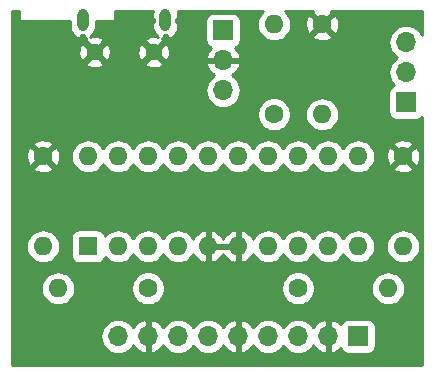
<source format=gbr>
G04 #@! TF.GenerationSoftware,KiCad,Pcbnew,(5.1.4)-1*
G04 #@! TF.CreationDate,2019-09-17T16:39:36-04:00*
G04 #@! TF.ProjectId,led_lock_ctrl,6c65645f-6c6f-4636-9b5f-6374726c2e6b,rev?*
G04 #@! TF.SameCoordinates,Original*
G04 #@! TF.FileFunction,Copper,L2,Bot*
G04 #@! TF.FilePolarity,Positive*
%FSLAX46Y46*%
G04 Gerber Fmt 4.6, Leading zero omitted, Abs format (unit mm)*
G04 Created by KiCad (PCBNEW (5.1.4)-1) date 2019-09-17 16:39:36*
%MOMM*%
%LPD*%
G04 APERTURE LIST*
%ADD10O,1.700000X1.700000*%
%ADD11R,1.700000X1.700000*%
%ADD12O,1.600000X1.600000*%
%ADD13R,1.600000X1.600000*%
%ADD14C,1.600000*%
%ADD15O,0.950000X1.900000*%
%ADD16C,1.450000*%
%ADD17C,0.800000*%
%ADD18C,0.254000*%
G04 APERTURE END LIST*
D10*
X181356000Y-95758000D03*
X181356000Y-93218000D03*
D11*
X181356000Y-90678000D03*
D12*
X169926000Y-101346000D03*
X192786000Y-108966000D03*
X172466000Y-101346000D03*
X190246000Y-108966000D03*
X175006000Y-101346000D03*
X187706000Y-108966000D03*
X177546000Y-101346000D03*
X185166000Y-108966000D03*
X180086000Y-101346000D03*
X182626000Y-108966000D03*
X182626000Y-101346000D03*
X180086000Y-108966000D03*
X185166000Y-101346000D03*
X177546000Y-108966000D03*
X187706000Y-101346000D03*
X175006000Y-108966000D03*
X190246000Y-101346000D03*
X172466000Y-108966000D03*
X192786000Y-101346000D03*
D13*
X169926000Y-108966000D03*
D12*
X189738000Y-97790000D03*
D14*
X189738000Y-90170000D03*
D12*
X196596000Y-108966000D03*
D14*
X196596000Y-101346000D03*
D12*
X166116000Y-108966000D03*
D14*
X166116000Y-101346000D03*
D12*
X185674000Y-90170000D03*
D14*
X185674000Y-97790000D03*
D12*
X195326000Y-112522000D03*
D14*
X187706000Y-112522000D03*
D12*
X167386000Y-112522000D03*
D14*
X175006000Y-112522000D03*
D15*
X169474000Y-89820000D03*
X176474000Y-89820000D03*
D16*
X170474000Y-92520000D03*
X175474000Y-92520000D03*
D10*
X172466000Y-116586000D03*
X175006000Y-116586000D03*
X177546000Y-116586000D03*
X180086000Y-116586000D03*
X182626000Y-116586000D03*
X185166000Y-116586000D03*
X187706000Y-116586000D03*
X190246000Y-116586000D03*
D11*
X192786000Y-116586000D03*
D10*
X196850000Y-91694000D03*
X196850000Y-94234000D03*
D11*
X196850000Y-96774000D03*
D17*
X164592000Y-117856000D03*
X196850000Y-117856000D03*
X189738000Y-94234000D03*
X177038000Y-97282000D03*
X170688000Y-112522000D03*
X187706000Y-106172000D03*
D18*
G36*
X164101248Y-89879500D02*
G01*
X168364000Y-89879500D01*
X168364000Y-90422000D01*
X168410105Y-90636110D01*
X168497095Y-90837111D01*
X168621627Y-91017279D01*
X168778915Y-91169690D01*
X168962914Y-91288487D01*
X169176062Y-91364268D01*
X169347000Y-91237734D01*
X169347000Y-91095596D01*
X169353765Y-91096307D01*
X169412034Y-91102020D01*
X169439730Y-91102020D01*
X169467256Y-91105014D01*
X169476123Y-91105046D01*
X169478217Y-91105039D01*
X169505863Y-91102235D01*
X169533649Y-91102429D01*
X169542474Y-91101564D01*
X169600703Y-91095444D01*
X169601000Y-91095383D01*
X169601000Y-91237734D01*
X169771781Y-91364152D01*
X169714472Y-91580867D01*
X170474000Y-92340395D01*
X171233528Y-91580867D01*
X171171035Y-91344550D01*
X170928322Y-91231150D01*
X170668151Y-91167281D01*
X170400518Y-91155396D01*
X170135709Y-91195952D01*
X170119026Y-91202010D01*
X170169085Y-91169690D01*
X170326373Y-91017279D01*
X170450905Y-90837111D01*
X170537895Y-90636110D01*
X170584000Y-90422000D01*
X170584000Y-89879500D01*
X172230772Y-89879500D01*
X172230772Y-89052000D01*
X175399745Y-89052000D01*
X175364000Y-89218000D01*
X175364000Y-89693000D01*
X175538950Y-89693000D01*
X175538950Y-89947000D01*
X175364000Y-89947000D01*
X175364000Y-90422000D01*
X175410105Y-90636110D01*
X175497095Y-90837111D01*
X175621627Y-91017279D01*
X175778915Y-91169690D01*
X175840847Y-91209676D01*
X175668151Y-91167281D01*
X175400518Y-91155396D01*
X175135709Y-91195952D01*
X174883900Y-91287391D01*
X174776965Y-91344550D01*
X174714472Y-91580867D01*
X175474000Y-92340395D01*
X176233528Y-91580867D01*
X176176219Y-91364152D01*
X176347000Y-91237734D01*
X176347000Y-91095596D01*
X176353765Y-91096307D01*
X176412034Y-91102020D01*
X176439730Y-91102020D01*
X176467256Y-91105014D01*
X176476123Y-91105046D01*
X176478217Y-91105039D01*
X176505863Y-91102235D01*
X176533649Y-91102429D01*
X176542474Y-91101564D01*
X176600703Y-91095444D01*
X176601000Y-91095383D01*
X176601000Y-91237734D01*
X176771938Y-91364268D01*
X176985086Y-91288487D01*
X177169085Y-91169690D01*
X177326373Y-91017279D01*
X177450905Y-90837111D01*
X177537895Y-90636110D01*
X177584000Y-90422000D01*
X177584000Y-89947000D01*
X177409050Y-89947000D01*
X177409050Y-89828000D01*
X179867928Y-89828000D01*
X179867928Y-91528000D01*
X179880188Y-91652482D01*
X179916498Y-91772180D01*
X179975463Y-91882494D01*
X180054815Y-91979185D01*
X180151506Y-92058537D01*
X180261820Y-92117502D01*
X180342466Y-92141966D01*
X180258412Y-92217731D01*
X180084359Y-92451080D01*
X179959175Y-92713901D01*
X179914524Y-92861110D01*
X180035845Y-93091000D01*
X181229000Y-93091000D01*
X181229000Y-93071000D01*
X181483000Y-93071000D01*
X181483000Y-93091000D01*
X182676155Y-93091000D01*
X182797476Y-92861110D01*
X182752825Y-92713901D01*
X182627641Y-92451080D01*
X182453588Y-92217731D01*
X182369534Y-92141966D01*
X182450180Y-92117502D01*
X182560494Y-92058537D01*
X182657185Y-91979185D01*
X182736537Y-91882494D01*
X182795502Y-91772180D01*
X182831812Y-91652482D01*
X182844072Y-91528000D01*
X182844072Y-89828000D01*
X182831812Y-89703518D01*
X182795502Y-89583820D01*
X182736537Y-89473506D01*
X182657185Y-89376815D01*
X182560494Y-89297463D01*
X182450180Y-89238498D01*
X182330482Y-89202188D01*
X182206000Y-89189928D01*
X180506000Y-89189928D01*
X180381518Y-89202188D01*
X180261820Y-89238498D01*
X180151506Y-89297463D01*
X180054815Y-89376815D01*
X179975463Y-89473506D01*
X179916498Y-89583820D01*
X179880188Y-89703518D01*
X179867928Y-89828000D01*
X177409050Y-89828000D01*
X177409050Y-89693000D01*
X177584000Y-89693000D01*
X177584000Y-89218000D01*
X177548255Y-89052000D01*
X184774283Y-89052000D01*
X184654392Y-89150392D01*
X184475068Y-89368899D01*
X184341818Y-89618192D01*
X184259764Y-89888691D01*
X184232057Y-90170000D01*
X184259764Y-90451309D01*
X184341818Y-90721808D01*
X184475068Y-90971101D01*
X184654392Y-91189608D01*
X184872899Y-91368932D01*
X185122192Y-91502182D01*
X185392691Y-91584236D01*
X185603508Y-91605000D01*
X185744492Y-91605000D01*
X185955309Y-91584236D01*
X186225808Y-91502182D01*
X186475101Y-91368932D01*
X186693608Y-91189608D01*
X186715689Y-91162702D01*
X188924903Y-91162702D01*
X188996486Y-91406671D01*
X189251996Y-91527571D01*
X189526184Y-91596300D01*
X189808512Y-91610217D01*
X190088130Y-91568787D01*
X190354292Y-91473603D01*
X190479514Y-91406671D01*
X190551097Y-91162702D01*
X189738000Y-90349605D01*
X188924903Y-91162702D01*
X186715689Y-91162702D01*
X186872932Y-90971101D01*
X187006182Y-90721808D01*
X187088236Y-90451309D01*
X187108998Y-90240512D01*
X188297783Y-90240512D01*
X188339213Y-90520130D01*
X188434397Y-90786292D01*
X188501329Y-90911514D01*
X188745298Y-90983097D01*
X189558395Y-90170000D01*
X189917605Y-90170000D01*
X190730702Y-90983097D01*
X190974671Y-90911514D01*
X191095571Y-90656004D01*
X191164300Y-90381816D01*
X191178217Y-90099488D01*
X191136787Y-89819870D01*
X191041603Y-89553708D01*
X190974671Y-89428486D01*
X190730702Y-89356903D01*
X189917605Y-90170000D01*
X189558395Y-90170000D01*
X188745298Y-89356903D01*
X188501329Y-89428486D01*
X188380429Y-89683996D01*
X188311700Y-89958184D01*
X188297783Y-90240512D01*
X187108998Y-90240512D01*
X187115943Y-90170000D01*
X187088236Y-89888691D01*
X187006182Y-89618192D01*
X186872932Y-89368899D01*
X186693608Y-89150392D01*
X186573717Y-89052000D01*
X188961667Y-89052000D01*
X188924903Y-89177298D01*
X189738000Y-89990395D01*
X190551097Y-89177298D01*
X190514333Y-89052000D01*
X198222001Y-89052000D01*
X198222001Y-91110622D01*
X198090706Y-90864986D01*
X197905134Y-90638866D01*
X197679014Y-90453294D01*
X197421034Y-90315401D01*
X197141111Y-90230487D01*
X196922950Y-90209000D01*
X196777050Y-90209000D01*
X196558889Y-90230487D01*
X196278966Y-90315401D01*
X196020986Y-90453294D01*
X195794866Y-90638866D01*
X195609294Y-90864986D01*
X195471401Y-91122966D01*
X195386487Y-91402889D01*
X195357815Y-91694000D01*
X195386487Y-91985111D01*
X195471401Y-92265034D01*
X195609294Y-92523014D01*
X195794866Y-92749134D01*
X196020986Y-92934706D01*
X196075791Y-92964000D01*
X196020986Y-92993294D01*
X195794866Y-93178866D01*
X195609294Y-93404986D01*
X195471401Y-93662966D01*
X195386487Y-93942889D01*
X195357815Y-94234000D01*
X195386487Y-94525111D01*
X195471401Y-94805034D01*
X195609294Y-95063014D01*
X195794866Y-95289134D01*
X195824687Y-95313607D01*
X195755820Y-95334498D01*
X195645506Y-95393463D01*
X195548815Y-95472815D01*
X195469463Y-95569506D01*
X195410498Y-95679820D01*
X195374188Y-95799518D01*
X195361928Y-95924000D01*
X195361928Y-97624000D01*
X195374188Y-97748482D01*
X195410498Y-97868180D01*
X195469463Y-97978494D01*
X195548815Y-98075185D01*
X195645506Y-98154537D01*
X195755820Y-98213502D01*
X195875518Y-98249812D01*
X196000000Y-98262072D01*
X197700000Y-98262072D01*
X197824482Y-98249812D01*
X197944180Y-98213502D01*
X198054494Y-98154537D01*
X198151185Y-98075185D01*
X198222001Y-97988896D01*
X198222000Y-118974000D01*
X163474000Y-118974000D01*
X163474000Y-116586000D01*
X170973815Y-116586000D01*
X171002487Y-116877111D01*
X171087401Y-117157034D01*
X171225294Y-117415014D01*
X171410866Y-117641134D01*
X171636986Y-117826706D01*
X171894966Y-117964599D01*
X172174889Y-118049513D01*
X172393050Y-118071000D01*
X172538950Y-118071000D01*
X172757111Y-118049513D01*
X173037034Y-117964599D01*
X173295014Y-117826706D01*
X173521134Y-117641134D01*
X173706706Y-117415014D01*
X173741201Y-117350477D01*
X173810822Y-117467355D01*
X174005731Y-117683588D01*
X174239080Y-117857641D01*
X174501901Y-117982825D01*
X174649110Y-118027476D01*
X174879000Y-117906155D01*
X174879000Y-116713000D01*
X174859000Y-116713000D01*
X174859000Y-116459000D01*
X174879000Y-116459000D01*
X174879000Y-115265845D01*
X175133000Y-115265845D01*
X175133000Y-116459000D01*
X175153000Y-116459000D01*
X175153000Y-116713000D01*
X175133000Y-116713000D01*
X175133000Y-117906155D01*
X175362890Y-118027476D01*
X175510099Y-117982825D01*
X175772920Y-117857641D01*
X176006269Y-117683588D01*
X176201178Y-117467355D01*
X176270799Y-117350477D01*
X176305294Y-117415014D01*
X176490866Y-117641134D01*
X176716986Y-117826706D01*
X176974966Y-117964599D01*
X177254889Y-118049513D01*
X177473050Y-118071000D01*
X177618950Y-118071000D01*
X177837111Y-118049513D01*
X178117034Y-117964599D01*
X178375014Y-117826706D01*
X178601134Y-117641134D01*
X178786706Y-117415014D01*
X178816000Y-117360209D01*
X178845294Y-117415014D01*
X179030866Y-117641134D01*
X179256986Y-117826706D01*
X179514966Y-117964599D01*
X179794889Y-118049513D01*
X180013050Y-118071000D01*
X180158950Y-118071000D01*
X180377111Y-118049513D01*
X180657034Y-117964599D01*
X180915014Y-117826706D01*
X181141134Y-117641134D01*
X181326706Y-117415014D01*
X181361201Y-117350477D01*
X181430822Y-117467355D01*
X181625731Y-117683588D01*
X181859080Y-117857641D01*
X182121901Y-117982825D01*
X182269110Y-118027476D01*
X182499000Y-117906155D01*
X182499000Y-116713000D01*
X182479000Y-116713000D01*
X182479000Y-116459000D01*
X182499000Y-116459000D01*
X182499000Y-115265845D01*
X182753000Y-115265845D01*
X182753000Y-116459000D01*
X182773000Y-116459000D01*
X182773000Y-116713000D01*
X182753000Y-116713000D01*
X182753000Y-117906155D01*
X182982890Y-118027476D01*
X183130099Y-117982825D01*
X183392920Y-117857641D01*
X183626269Y-117683588D01*
X183821178Y-117467355D01*
X183890799Y-117350477D01*
X183925294Y-117415014D01*
X184110866Y-117641134D01*
X184336986Y-117826706D01*
X184594966Y-117964599D01*
X184874889Y-118049513D01*
X185093050Y-118071000D01*
X185238950Y-118071000D01*
X185457111Y-118049513D01*
X185737034Y-117964599D01*
X185995014Y-117826706D01*
X186221134Y-117641134D01*
X186406706Y-117415014D01*
X186436000Y-117360209D01*
X186465294Y-117415014D01*
X186650866Y-117641134D01*
X186876986Y-117826706D01*
X187134966Y-117964599D01*
X187414889Y-118049513D01*
X187633050Y-118071000D01*
X187778950Y-118071000D01*
X187997111Y-118049513D01*
X188277034Y-117964599D01*
X188535014Y-117826706D01*
X188761134Y-117641134D01*
X188946706Y-117415014D01*
X188981201Y-117350477D01*
X189050822Y-117467355D01*
X189245731Y-117683588D01*
X189479080Y-117857641D01*
X189741901Y-117982825D01*
X189889110Y-118027476D01*
X190119000Y-117906155D01*
X190119000Y-116713000D01*
X190099000Y-116713000D01*
X190099000Y-116459000D01*
X190119000Y-116459000D01*
X190119000Y-115265845D01*
X190373000Y-115265845D01*
X190373000Y-116459000D01*
X190393000Y-116459000D01*
X190393000Y-116713000D01*
X190373000Y-116713000D01*
X190373000Y-117906155D01*
X190602890Y-118027476D01*
X190750099Y-117982825D01*
X191012920Y-117857641D01*
X191246269Y-117683588D01*
X191322034Y-117599534D01*
X191346498Y-117680180D01*
X191405463Y-117790494D01*
X191484815Y-117887185D01*
X191581506Y-117966537D01*
X191691820Y-118025502D01*
X191811518Y-118061812D01*
X191936000Y-118074072D01*
X193636000Y-118074072D01*
X193760482Y-118061812D01*
X193880180Y-118025502D01*
X193990494Y-117966537D01*
X194087185Y-117887185D01*
X194166537Y-117790494D01*
X194225502Y-117680180D01*
X194261812Y-117560482D01*
X194274072Y-117436000D01*
X194274072Y-115736000D01*
X194261812Y-115611518D01*
X194225502Y-115491820D01*
X194166537Y-115381506D01*
X194087185Y-115284815D01*
X193990494Y-115205463D01*
X193880180Y-115146498D01*
X193760482Y-115110188D01*
X193636000Y-115097928D01*
X191936000Y-115097928D01*
X191811518Y-115110188D01*
X191691820Y-115146498D01*
X191581506Y-115205463D01*
X191484815Y-115284815D01*
X191405463Y-115381506D01*
X191346498Y-115491820D01*
X191322034Y-115572466D01*
X191246269Y-115488412D01*
X191012920Y-115314359D01*
X190750099Y-115189175D01*
X190602890Y-115144524D01*
X190373000Y-115265845D01*
X190119000Y-115265845D01*
X189889110Y-115144524D01*
X189741901Y-115189175D01*
X189479080Y-115314359D01*
X189245731Y-115488412D01*
X189050822Y-115704645D01*
X188981201Y-115821523D01*
X188946706Y-115756986D01*
X188761134Y-115530866D01*
X188535014Y-115345294D01*
X188277034Y-115207401D01*
X187997111Y-115122487D01*
X187778950Y-115101000D01*
X187633050Y-115101000D01*
X187414889Y-115122487D01*
X187134966Y-115207401D01*
X186876986Y-115345294D01*
X186650866Y-115530866D01*
X186465294Y-115756986D01*
X186436000Y-115811791D01*
X186406706Y-115756986D01*
X186221134Y-115530866D01*
X185995014Y-115345294D01*
X185737034Y-115207401D01*
X185457111Y-115122487D01*
X185238950Y-115101000D01*
X185093050Y-115101000D01*
X184874889Y-115122487D01*
X184594966Y-115207401D01*
X184336986Y-115345294D01*
X184110866Y-115530866D01*
X183925294Y-115756986D01*
X183890799Y-115821523D01*
X183821178Y-115704645D01*
X183626269Y-115488412D01*
X183392920Y-115314359D01*
X183130099Y-115189175D01*
X182982890Y-115144524D01*
X182753000Y-115265845D01*
X182499000Y-115265845D01*
X182269110Y-115144524D01*
X182121901Y-115189175D01*
X181859080Y-115314359D01*
X181625731Y-115488412D01*
X181430822Y-115704645D01*
X181361201Y-115821523D01*
X181326706Y-115756986D01*
X181141134Y-115530866D01*
X180915014Y-115345294D01*
X180657034Y-115207401D01*
X180377111Y-115122487D01*
X180158950Y-115101000D01*
X180013050Y-115101000D01*
X179794889Y-115122487D01*
X179514966Y-115207401D01*
X179256986Y-115345294D01*
X179030866Y-115530866D01*
X178845294Y-115756986D01*
X178816000Y-115811791D01*
X178786706Y-115756986D01*
X178601134Y-115530866D01*
X178375014Y-115345294D01*
X178117034Y-115207401D01*
X177837111Y-115122487D01*
X177618950Y-115101000D01*
X177473050Y-115101000D01*
X177254889Y-115122487D01*
X176974966Y-115207401D01*
X176716986Y-115345294D01*
X176490866Y-115530866D01*
X176305294Y-115756986D01*
X176270799Y-115821523D01*
X176201178Y-115704645D01*
X176006269Y-115488412D01*
X175772920Y-115314359D01*
X175510099Y-115189175D01*
X175362890Y-115144524D01*
X175133000Y-115265845D01*
X174879000Y-115265845D01*
X174649110Y-115144524D01*
X174501901Y-115189175D01*
X174239080Y-115314359D01*
X174005731Y-115488412D01*
X173810822Y-115704645D01*
X173741201Y-115821523D01*
X173706706Y-115756986D01*
X173521134Y-115530866D01*
X173295014Y-115345294D01*
X173037034Y-115207401D01*
X172757111Y-115122487D01*
X172538950Y-115101000D01*
X172393050Y-115101000D01*
X172174889Y-115122487D01*
X171894966Y-115207401D01*
X171636986Y-115345294D01*
X171410866Y-115530866D01*
X171225294Y-115756986D01*
X171087401Y-116014966D01*
X171002487Y-116294889D01*
X170973815Y-116586000D01*
X163474000Y-116586000D01*
X163474000Y-112522000D01*
X165944057Y-112522000D01*
X165971764Y-112803309D01*
X166053818Y-113073808D01*
X166187068Y-113323101D01*
X166366392Y-113541608D01*
X166584899Y-113720932D01*
X166834192Y-113854182D01*
X167104691Y-113936236D01*
X167315508Y-113957000D01*
X167456492Y-113957000D01*
X167667309Y-113936236D01*
X167937808Y-113854182D01*
X168187101Y-113720932D01*
X168405608Y-113541608D01*
X168584932Y-113323101D01*
X168718182Y-113073808D01*
X168800236Y-112803309D01*
X168827943Y-112522000D01*
X168814023Y-112380665D01*
X173571000Y-112380665D01*
X173571000Y-112663335D01*
X173626147Y-112940574D01*
X173734320Y-113201727D01*
X173891363Y-113436759D01*
X174091241Y-113636637D01*
X174326273Y-113793680D01*
X174587426Y-113901853D01*
X174864665Y-113957000D01*
X175147335Y-113957000D01*
X175424574Y-113901853D01*
X175685727Y-113793680D01*
X175920759Y-113636637D01*
X176120637Y-113436759D01*
X176277680Y-113201727D01*
X176385853Y-112940574D01*
X176441000Y-112663335D01*
X176441000Y-112380665D01*
X186271000Y-112380665D01*
X186271000Y-112663335D01*
X186326147Y-112940574D01*
X186434320Y-113201727D01*
X186591363Y-113436759D01*
X186791241Y-113636637D01*
X187026273Y-113793680D01*
X187287426Y-113901853D01*
X187564665Y-113957000D01*
X187847335Y-113957000D01*
X188124574Y-113901853D01*
X188385727Y-113793680D01*
X188620759Y-113636637D01*
X188820637Y-113436759D01*
X188977680Y-113201727D01*
X189085853Y-112940574D01*
X189141000Y-112663335D01*
X189141000Y-112522000D01*
X193884057Y-112522000D01*
X193911764Y-112803309D01*
X193993818Y-113073808D01*
X194127068Y-113323101D01*
X194306392Y-113541608D01*
X194524899Y-113720932D01*
X194774192Y-113854182D01*
X195044691Y-113936236D01*
X195255508Y-113957000D01*
X195396492Y-113957000D01*
X195607309Y-113936236D01*
X195877808Y-113854182D01*
X196127101Y-113720932D01*
X196345608Y-113541608D01*
X196524932Y-113323101D01*
X196658182Y-113073808D01*
X196740236Y-112803309D01*
X196767943Y-112522000D01*
X196740236Y-112240691D01*
X196658182Y-111970192D01*
X196524932Y-111720899D01*
X196345608Y-111502392D01*
X196127101Y-111323068D01*
X195877808Y-111189818D01*
X195607309Y-111107764D01*
X195396492Y-111087000D01*
X195255508Y-111087000D01*
X195044691Y-111107764D01*
X194774192Y-111189818D01*
X194524899Y-111323068D01*
X194306392Y-111502392D01*
X194127068Y-111720899D01*
X193993818Y-111970192D01*
X193911764Y-112240691D01*
X193884057Y-112522000D01*
X189141000Y-112522000D01*
X189141000Y-112380665D01*
X189085853Y-112103426D01*
X188977680Y-111842273D01*
X188820637Y-111607241D01*
X188620759Y-111407363D01*
X188385727Y-111250320D01*
X188124574Y-111142147D01*
X187847335Y-111087000D01*
X187564665Y-111087000D01*
X187287426Y-111142147D01*
X187026273Y-111250320D01*
X186791241Y-111407363D01*
X186591363Y-111607241D01*
X186434320Y-111842273D01*
X186326147Y-112103426D01*
X186271000Y-112380665D01*
X176441000Y-112380665D01*
X176385853Y-112103426D01*
X176277680Y-111842273D01*
X176120637Y-111607241D01*
X175920759Y-111407363D01*
X175685727Y-111250320D01*
X175424574Y-111142147D01*
X175147335Y-111087000D01*
X174864665Y-111087000D01*
X174587426Y-111142147D01*
X174326273Y-111250320D01*
X174091241Y-111407363D01*
X173891363Y-111607241D01*
X173734320Y-111842273D01*
X173626147Y-112103426D01*
X173571000Y-112380665D01*
X168814023Y-112380665D01*
X168800236Y-112240691D01*
X168718182Y-111970192D01*
X168584932Y-111720899D01*
X168405608Y-111502392D01*
X168187101Y-111323068D01*
X167937808Y-111189818D01*
X167667309Y-111107764D01*
X167456492Y-111087000D01*
X167315508Y-111087000D01*
X167104691Y-111107764D01*
X166834192Y-111189818D01*
X166584899Y-111323068D01*
X166366392Y-111502392D01*
X166187068Y-111720899D01*
X166053818Y-111970192D01*
X165971764Y-112240691D01*
X165944057Y-112522000D01*
X163474000Y-112522000D01*
X163474000Y-108966000D01*
X164674057Y-108966000D01*
X164701764Y-109247309D01*
X164783818Y-109517808D01*
X164917068Y-109767101D01*
X165096392Y-109985608D01*
X165314899Y-110164932D01*
X165564192Y-110298182D01*
X165834691Y-110380236D01*
X166045508Y-110401000D01*
X166186492Y-110401000D01*
X166397309Y-110380236D01*
X166667808Y-110298182D01*
X166917101Y-110164932D01*
X167135608Y-109985608D01*
X167314932Y-109767101D01*
X167448182Y-109517808D01*
X167530236Y-109247309D01*
X167557943Y-108966000D01*
X167530236Y-108684691D01*
X167448182Y-108414192D01*
X167315521Y-108166000D01*
X168487928Y-108166000D01*
X168487928Y-109766000D01*
X168500188Y-109890482D01*
X168536498Y-110010180D01*
X168595463Y-110120494D01*
X168674815Y-110217185D01*
X168771506Y-110296537D01*
X168881820Y-110355502D01*
X169001518Y-110391812D01*
X169126000Y-110404072D01*
X170726000Y-110404072D01*
X170850482Y-110391812D01*
X170970180Y-110355502D01*
X171080494Y-110296537D01*
X171177185Y-110217185D01*
X171256537Y-110120494D01*
X171315502Y-110010180D01*
X171351812Y-109890482D01*
X171353581Y-109872518D01*
X171446392Y-109985608D01*
X171664899Y-110164932D01*
X171914192Y-110298182D01*
X172184691Y-110380236D01*
X172395508Y-110401000D01*
X172536492Y-110401000D01*
X172747309Y-110380236D01*
X173017808Y-110298182D01*
X173267101Y-110164932D01*
X173485608Y-109985608D01*
X173664932Y-109767101D01*
X173736000Y-109634142D01*
X173807068Y-109767101D01*
X173986392Y-109985608D01*
X174204899Y-110164932D01*
X174454192Y-110298182D01*
X174724691Y-110380236D01*
X174935508Y-110401000D01*
X175076492Y-110401000D01*
X175287309Y-110380236D01*
X175557808Y-110298182D01*
X175807101Y-110164932D01*
X176025608Y-109985608D01*
X176204932Y-109767101D01*
X176276000Y-109634142D01*
X176347068Y-109767101D01*
X176526392Y-109985608D01*
X176744899Y-110164932D01*
X176994192Y-110298182D01*
X177264691Y-110380236D01*
X177475508Y-110401000D01*
X177616492Y-110401000D01*
X177827309Y-110380236D01*
X178097808Y-110298182D01*
X178347101Y-110164932D01*
X178565608Y-109985608D01*
X178744932Y-109767101D01*
X178818579Y-109629318D01*
X178933615Y-109821131D01*
X179122586Y-110029519D01*
X179348580Y-110197037D01*
X179602913Y-110317246D01*
X179736961Y-110357904D01*
X179959000Y-110235915D01*
X179959000Y-109093000D01*
X180213000Y-109093000D01*
X180213000Y-110235915D01*
X180435039Y-110357904D01*
X180569087Y-110317246D01*
X180823420Y-110197037D01*
X181049414Y-110029519D01*
X181238385Y-109821131D01*
X181356000Y-109625018D01*
X181473615Y-109821131D01*
X181662586Y-110029519D01*
X181888580Y-110197037D01*
X182142913Y-110317246D01*
X182276961Y-110357904D01*
X182499000Y-110235915D01*
X182499000Y-109093000D01*
X180213000Y-109093000D01*
X179959000Y-109093000D01*
X179939000Y-109093000D01*
X179939000Y-108839000D01*
X179959000Y-108839000D01*
X179959000Y-107696085D01*
X180213000Y-107696085D01*
X180213000Y-108839000D01*
X182499000Y-108839000D01*
X182499000Y-107696085D01*
X182753000Y-107696085D01*
X182753000Y-108839000D01*
X182773000Y-108839000D01*
X182773000Y-109093000D01*
X182753000Y-109093000D01*
X182753000Y-110235915D01*
X182975039Y-110357904D01*
X183109087Y-110317246D01*
X183363420Y-110197037D01*
X183589414Y-110029519D01*
X183778385Y-109821131D01*
X183893421Y-109629318D01*
X183967068Y-109767101D01*
X184146392Y-109985608D01*
X184364899Y-110164932D01*
X184614192Y-110298182D01*
X184884691Y-110380236D01*
X185095508Y-110401000D01*
X185236492Y-110401000D01*
X185447309Y-110380236D01*
X185717808Y-110298182D01*
X185967101Y-110164932D01*
X186185608Y-109985608D01*
X186364932Y-109767101D01*
X186436000Y-109634142D01*
X186507068Y-109767101D01*
X186686392Y-109985608D01*
X186904899Y-110164932D01*
X187154192Y-110298182D01*
X187424691Y-110380236D01*
X187635508Y-110401000D01*
X187776492Y-110401000D01*
X187987309Y-110380236D01*
X188257808Y-110298182D01*
X188507101Y-110164932D01*
X188725608Y-109985608D01*
X188904932Y-109767101D01*
X188976000Y-109634142D01*
X189047068Y-109767101D01*
X189226392Y-109985608D01*
X189444899Y-110164932D01*
X189694192Y-110298182D01*
X189964691Y-110380236D01*
X190175508Y-110401000D01*
X190316492Y-110401000D01*
X190527309Y-110380236D01*
X190797808Y-110298182D01*
X191047101Y-110164932D01*
X191265608Y-109985608D01*
X191444932Y-109767101D01*
X191516000Y-109634142D01*
X191587068Y-109767101D01*
X191766392Y-109985608D01*
X191984899Y-110164932D01*
X192234192Y-110298182D01*
X192504691Y-110380236D01*
X192715508Y-110401000D01*
X192856492Y-110401000D01*
X193067309Y-110380236D01*
X193337808Y-110298182D01*
X193587101Y-110164932D01*
X193805608Y-109985608D01*
X193984932Y-109767101D01*
X194118182Y-109517808D01*
X194200236Y-109247309D01*
X194227943Y-108966000D01*
X195154057Y-108966000D01*
X195181764Y-109247309D01*
X195263818Y-109517808D01*
X195397068Y-109767101D01*
X195576392Y-109985608D01*
X195794899Y-110164932D01*
X196044192Y-110298182D01*
X196314691Y-110380236D01*
X196525508Y-110401000D01*
X196666492Y-110401000D01*
X196877309Y-110380236D01*
X197147808Y-110298182D01*
X197397101Y-110164932D01*
X197615608Y-109985608D01*
X197794932Y-109767101D01*
X197928182Y-109517808D01*
X198010236Y-109247309D01*
X198037943Y-108966000D01*
X198010236Y-108684691D01*
X197928182Y-108414192D01*
X197794932Y-108164899D01*
X197615608Y-107946392D01*
X197397101Y-107767068D01*
X197147808Y-107633818D01*
X196877309Y-107551764D01*
X196666492Y-107531000D01*
X196525508Y-107531000D01*
X196314691Y-107551764D01*
X196044192Y-107633818D01*
X195794899Y-107767068D01*
X195576392Y-107946392D01*
X195397068Y-108164899D01*
X195263818Y-108414192D01*
X195181764Y-108684691D01*
X195154057Y-108966000D01*
X194227943Y-108966000D01*
X194200236Y-108684691D01*
X194118182Y-108414192D01*
X193984932Y-108164899D01*
X193805608Y-107946392D01*
X193587101Y-107767068D01*
X193337808Y-107633818D01*
X193067309Y-107551764D01*
X192856492Y-107531000D01*
X192715508Y-107531000D01*
X192504691Y-107551764D01*
X192234192Y-107633818D01*
X191984899Y-107767068D01*
X191766392Y-107946392D01*
X191587068Y-108164899D01*
X191516000Y-108297858D01*
X191444932Y-108164899D01*
X191265608Y-107946392D01*
X191047101Y-107767068D01*
X190797808Y-107633818D01*
X190527309Y-107551764D01*
X190316492Y-107531000D01*
X190175508Y-107531000D01*
X189964691Y-107551764D01*
X189694192Y-107633818D01*
X189444899Y-107767068D01*
X189226392Y-107946392D01*
X189047068Y-108164899D01*
X188976000Y-108297858D01*
X188904932Y-108164899D01*
X188725608Y-107946392D01*
X188507101Y-107767068D01*
X188257808Y-107633818D01*
X187987309Y-107551764D01*
X187776492Y-107531000D01*
X187635508Y-107531000D01*
X187424691Y-107551764D01*
X187154192Y-107633818D01*
X186904899Y-107767068D01*
X186686392Y-107946392D01*
X186507068Y-108164899D01*
X186436000Y-108297858D01*
X186364932Y-108164899D01*
X186185608Y-107946392D01*
X185967101Y-107767068D01*
X185717808Y-107633818D01*
X185447309Y-107551764D01*
X185236492Y-107531000D01*
X185095508Y-107531000D01*
X184884691Y-107551764D01*
X184614192Y-107633818D01*
X184364899Y-107767068D01*
X184146392Y-107946392D01*
X183967068Y-108164899D01*
X183893421Y-108302682D01*
X183778385Y-108110869D01*
X183589414Y-107902481D01*
X183363420Y-107734963D01*
X183109087Y-107614754D01*
X182975039Y-107574096D01*
X182753000Y-107696085D01*
X182499000Y-107696085D01*
X182276961Y-107574096D01*
X182142913Y-107614754D01*
X181888580Y-107734963D01*
X181662586Y-107902481D01*
X181473615Y-108110869D01*
X181356000Y-108306982D01*
X181238385Y-108110869D01*
X181049414Y-107902481D01*
X180823420Y-107734963D01*
X180569087Y-107614754D01*
X180435039Y-107574096D01*
X180213000Y-107696085D01*
X179959000Y-107696085D01*
X179736961Y-107574096D01*
X179602913Y-107614754D01*
X179348580Y-107734963D01*
X179122586Y-107902481D01*
X178933615Y-108110869D01*
X178818579Y-108302682D01*
X178744932Y-108164899D01*
X178565608Y-107946392D01*
X178347101Y-107767068D01*
X178097808Y-107633818D01*
X177827309Y-107551764D01*
X177616492Y-107531000D01*
X177475508Y-107531000D01*
X177264691Y-107551764D01*
X176994192Y-107633818D01*
X176744899Y-107767068D01*
X176526392Y-107946392D01*
X176347068Y-108164899D01*
X176276000Y-108297858D01*
X176204932Y-108164899D01*
X176025608Y-107946392D01*
X175807101Y-107767068D01*
X175557808Y-107633818D01*
X175287309Y-107551764D01*
X175076492Y-107531000D01*
X174935508Y-107531000D01*
X174724691Y-107551764D01*
X174454192Y-107633818D01*
X174204899Y-107767068D01*
X173986392Y-107946392D01*
X173807068Y-108164899D01*
X173736000Y-108297858D01*
X173664932Y-108164899D01*
X173485608Y-107946392D01*
X173267101Y-107767068D01*
X173017808Y-107633818D01*
X172747309Y-107551764D01*
X172536492Y-107531000D01*
X172395508Y-107531000D01*
X172184691Y-107551764D01*
X171914192Y-107633818D01*
X171664899Y-107767068D01*
X171446392Y-107946392D01*
X171353581Y-108059482D01*
X171351812Y-108041518D01*
X171315502Y-107921820D01*
X171256537Y-107811506D01*
X171177185Y-107714815D01*
X171080494Y-107635463D01*
X170970180Y-107576498D01*
X170850482Y-107540188D01*
X170726000Y-107527928D01*
X169126000Y-107527928D01*
X169001518Y-107540188D01*
X168881820Y-107576498D01*
X168771506Y-107635463D01*
X168674815Y-107714815D01*
X168595463Y-107811506D01*
X168536498Y-107921820D01*
X168500188Y-108041518D01*
X168487928Y-108166000D01*
X167315521Y-108166000D01*
X167314932Y-108164899D01*
X167135608Y-107946392D01*
X166917101Y-107767068D01*
X166667808Y-107633818D01*
X166397309Y-107551764D01*
X166186492Y-107531000D01*
X166045508Y-107531000D01*
X165834691Y-107551764D01*
X165564192Y-107633818D01*
X165314899Y-107767068D01*
X165096392Y-107946392D01*
X164917068Y-108164899D01*
X164783818Y-108414192D01*
X164701764Y-108684691D01*
X164674057Y-108966000D01*
X163474000Y-108966000D01*
X163474000Y-102338702D01*
X165302903Y-102338702D01*
X165374486Y-102582671D01*
X165629996Y-102703571D01*
X165904184Y-102772300D01*
X166186512Y-102786217D01*
X166466130Y-102744787D01*
X166732292Y-102649603D01*
X166857514Y-102582671D01*
X166929097Y-102338702D01*
X166116000Y-101525605D01*
X165302903Y-102338702D01*
X163474000Y-102338702D01*
X163474000Y-101416512D01*
X164675783Y-101416512D01*
X164717213Y-101696130D01*
X164812397Y-101962292D01*
X164879329Y-102087514D01*
X165123298Y-102159097D01*
X165936395Y-101346000D01*
X166295605Y-101346000D01*
X167108702Y-102159097D01*
X167352671Y-102087514D01*
X167473571Y-101832004D01*
X167542300Y-101557816D01*
X167552741Y-101346000D01*
X168484057Y-101346000D01*
X168511764Y-101627309D01*
X168593818Y-101897808D01*
X168727068Y-102147101D01*
X168906392Y-102365608D01*
X169124899Y-102544932D01*
X169374192Y-102678182D01*
X169644691Y-102760236D01*
X169855508Y-102781000D01*
X169996492Y-102781000D01*
X170207309Y-102760236D01*
X170477808Y-102678182D01*
X170727101Y-102544932D01*
X170945608Y-102365608D01*
X171124932Y-102147101D01*
X171196000Y-102014142D01*
X171267068Y-102147101D01*
X171446392Y-102365608D01*
X171664899Y-102544932D01*
X171914192Y-102678182D01*
X172184691Y-102760236D01*
X172395508Y-102781000D01*
X172536492Y-102781000D01*
X172747309Y-102760236D01*
X173017808Y-102678182D01*
X173267101Y-102544932D01*
X173485608Y-102365608D01*
X173664932Y-102147101D01*
X173736000Y-102014142D01*
X173807068Y-102147101D01*
X173986392Y-102365608D01*
X174204899Y-102544932D01*
X174454192Y-102678182D01*
X174724691Y-102760236D01*
X174935508Y-102781000D01*
X175076492Y-102781000D01*
X175287309Y-102760236D01*
X175557808Y-102678182D01*
X175807101Y-102544932D01*
X176025608Y-102365608D01*
X176204932Y-102147101D01*
X176276000Y-102014142D01*
X176347068Y-102147101D01*
X176526392Y-102365608D01*
X176744899Y-102544932D01*
X176994192Y-102678182D01*
X177264691Y-102760236D01*
X177475508Y-102781000D01*
X177616492Y-102781000D01*
X177827309Y-102760236D01*
X178097808Y-102678182D01*
X178347101Y-102544932D01*
X178565608Y-102365608D01*
X178744932Y-102147101D01*
X178816000Y-102014142D01*
X178887068Y-102147101D01*
X179066392Y-102365608D01*
X179284899Y-102544932D01*
X179534192Y-102678182D01*
X179804691Y-102760236D01*
X180015508Y-102781000D01*
X180156492Y-102781000D01*
X180367309Y-102760236D01*
X180637808Y-102678182D01*
X180887101Y-102544932D01*
X181105608Y-102365608D01*
X181284932Y-102147101D01*
X181356000Y-102014142D01*
X181427068Y-102147101D01*
X181606392Y-102365608D01*
X181824899Y-102544932D01*
X182074192Y-102678182D01*
X182344691Y-102760236D01*
X182555508Y-102781000D01*
X182696492Y-102781000D01*
X182907309Y-102760236D01*
X183177808Y-102678182D01*
X183427101Y-102544932D01*
X183645608Y-102365608D01*
X183824932Y-102147101D01*
X183896000Y-102014142D01*
X183967068Y-102147101D01*
X184146392Y-102365608D01*
X184364899Y-102544932D01*
X184614192Y-102678182D01*
X184884691Y-102760236D01*
X185095508Y-102781000D01*
X185236492Y-102781000D01*
X185447309Y-102760236D01*
X185717808Y-102678182D01*
X185967101Y-102544932D01*
X186185608Y-102365608D01*
X186364932Y-102147101D01*
X186436000Y-102014142D01*
X186507068Y-102147101D01*
X186686392Y-102365608D01*
X186904899Y-102544932D01*
X187154192Y-102678182D01*
X187424691Y-102760236D01*
X187635508Y-102781000D01*
X187776492Y-102781000D01*
X187987309Y-102760236D01*
X188257808Y-102678182D01*
X188507101Y-102544932D01*
X188725608Y-102365608D01*
X188904932Y-102147101D01*
X188976000Y-102014142D01*
X189047068Y-102147101D01*
X189226392Y-102365608D01*
X189444899Y-102544932D01*
X189694192Y-102678182D01*
X189964691Y-102760236D01*
X190175508Y-102781000D01*
X190316492Y-102781000D01*
X190527309Y-102760236D01*
X190797808Y-102678182D01*
X191047101Y-102544932D01*
X191265608Y-102365608D01*
X191444932Y-102147101D01*
X191516000Y-102014142D01*
X191587068Y-102147101D01*
X191766392Y-102365608D01*
X191984899Y-102544932D01*
X192234192Y-102678182D01*
X192504691Y-102760236D01*
X192715508Y-102781000D01*
X192856492Y-102781000D01*
X193067309Y-102760236D01*
X193337808Y-102678182D01*
X193587101Y-102544932D01*
X193805608Y-102365608D01*
X193827689Y-102338702D01*
X195782903Y-102338702D01*
X195854486Y-102582671D01*
X196109996Y-102703571D01*
X196384184Y-102772300D01*
X196666512Y-102786217D01*
X196946130Y-102744787D01*
X197212292Y-102649603D01*
X197337514Y-102582671D01*
X197409097Y-102338702D01*
X196596000Y-101525605D01*
X195782903Y-102338702D01*
X193827689Y-102338702D01*
X193984932Y-102147101D01*
X194118182Y-101897808D01*
X194200236Y-101627309D01*
X194220998Y-101416512D01*
X195155783Y-101416512D01*
X195197213Y-101696130D01*
X195292397Y-101962292D01*
X195359329Y-102087514D01*
X195603298Y-102159097D01*
X196416395Y-101346000D01*
X196775605Y-101346000D01*
X197588702Y-102159097D01*
X197832671Y-102087514D01*
X197953571Y-101832004D01*
X198022300Y-101557816D01*
X198036217Y-101275488D01*
X197994787Y-100995870D01*
X197899603Y-100729708D01*
X197832671Y-100604486D01*
X197588702Y-100532903D01*
X196775605Y-101346000D01*
X196416395Y-101346000D01*
X195603298Y-100532903D01*
X195359329Y-100604486D01*
X195238429Y-100859996D01*
X195169700Y-101134184D01*
X195155783Y-101416512D01*
X194220998Y-101416512D01*
X194227943Y-101346000D01*
X194200236Y-101064691D01*
X194118182Y-100794192D01*
X193984932Y-100544899D01*
X193827690Y-100353298D01*
X195782903Y-100353298D01*
X196596000Y-101166395D01*
X197409097Y-100353298D01*
X197337514Y-100109329D01*
X197082004Y-99988429D01*
X196807816Y-99919700D01*
X196525488Y-99905783D01*
X196245870Y-99947213D01*
X195979708Y-100042397D01*
X195854486Y-100109329D01*
X195782903Y-100353298D01*
X193827690Y-100353298D01*
X193805608Y-100326392D01*
X193587101Y-100147068D01*
X193337808Y-100013818D01*
X193067309Y-99931764D01*
X192856492Y-99911000D01*
X192715508Y-99911000D01*
X192504691Y-99931764D01*
X192234192Y-100013818D01*
X191984899Y-100147068D01*
X191766392Y-100326392D01*
X191587068Y-100544899D01*
X191516000Y-100677858D01*
X191444932Y-100544899D01*
X191265608Y-100326392D01*
X191047101Y-100147068D01*
X190797808Y-100013818D01*
X190527309Y-99931764D01*
X190316492Y-99911000D01*
X190175508Y-99911000D01*
X189964691Y-99931764D01*
X189694192Y-100013818D01*
X189444899Y-100147068D01*
X189226392Y-100326392D01*
X189047068Y-100544899D01*
X188976000Y-100677858D01*
X188904932Y-100544899D01*
X188725608Y-100326392D01*
X188507101Y-100147068D01*
X188257808Y-100013818D01*
X187987309Y-99931764D01*
X187776492Y-99911000D01*
X187635508Y-99911000D01*
X187424691Y-99931764D01*
X187154192Y-100013818D01*
X186904899Y-100147068D01*
X186686392Y-100326392D01*
X186507068Y-100544899D01*
X186436000Y-100677858D01*
X186364932Y-100544899D01*
X186185608Y-100326392D01*
X185967101Y-100147068D01*
X185717808Y-100013818D01*
X185447309Y-99931764D01*
X185236492Y-99911000D01*
X185095508Y-99911000D01*
X184884691Y-99931764D01*
X184614192Y-100013818D01*
X184364899Y-100147068D01*
X184146392Y-100326392D01*
X183967068Y-100544899D01*
X183896000Y-100677858D01*
X183824932Y-100544899D01*
X183645608Y-100326392D01*
X183427101Y-100147068D01*
X183177808Y-100013818D01*
X182907309Y-99931764D01*
X182696492Y-99911000D01*
X182555508Y-99911000D01*
X182344691Y-99931764D01*
X182074192Y-100013818D01*
X181824899Y-100147068D01*
X181606392Y-100326392D01*
X181427068Y-100544899D01*
X181356000Y-100677858D01*
X181284932Y-100544899D01*
X181105608Y-100326392D01*
X180887101Y-100147068D01*
X180637808Y-100013818D01*
X180367309Y-99931764D01*
X180156492Y-99911000D01*
X180015508Y-99911000D01*
X179804691Y-99931764D01*
X179534192Y-100013818D01*
X179284899Y-100147068D01*
X179066392Y-100326392D01*
X178887068Y-100544899D01*
X178816000Y-100677858D01*
X178744932Y-100544899D01*
X178565608Y-100326392D01*
X178347101Y-100147068D01*
X178097808Y-100013818D01*
X177827309Y-99931764D01*
X177616492Y-99911000D01*
X177475508Y-99911000D01*
X177264691Y-99931764D01*
X176994192Y-100013818D01*
X176744899Y-100147068D01*
X176526392Y-100326392D01*
X176347068Y-100544899D01*
X176276000Y-100677858D01*
X176204932Y-100544899D01*
X176025608Y-100326392D01*
X175807101Y-100147068D01*
X175557808Y-100013818D01*
X175287309Y-99931764D01*
X175076492Y-99911000D01*
X174935508Y-99911000D01*
X174724691Y-99931764D01*
X174454192Y-100013818D01*
X174204899Y-100147068D01*
X173986392Y-100326392D01*
X173807068Y-100544899D01*
X173736000Y-100677858D01*
X173664932Y-100544899D01*
X173485608Y-100326392D01*
X173267101Y-100147068D01*
X173017808Y-100013818D01*
X172747309Y-99931764D01*
X172536492Y-99911000D01*
X172395508Y-99911000D01*
X172184691Y-99931764D01*
X171914192Y-100013818D01*
X171664899Y-100147068D01*
X171446392Y-100326392D01*
X171267068Y-100544899D01*
X171196000Y-100677858D01*
X171124932Y-100544899D01*
X170945608Y-100326392D01*
X170727101Y-100147068D01*
X170477808Y-100013818D01*
X170207309Y-99931764D01*
X169996492Y-99911000D01*
X169855508Y-99911000D01*
X169644691Y-99931764D01*
X169374192Y-100013818D01*
X169124899Y-100147068D01*
X168906392Y-100326392D01*
X168727068Y-100544899D01*
X168593818Y-100794192D01*
X168511764Y-101064691D01*
X168484057Y-101346000D01*
X167552741Y-101346000D01*
X167556217Y-101275488D01*
X167514787Y-100995870D01*
X167419603Y-100729708D01*
X167352671Y-100604486D01*
X167108702Y-100532903D01*
X166295605Y-101346000D01*
X165936395Y-101346000D01*
X165123298Y-100532903D01*
X164879329Y-100604486D01*
X164758429Y-100859996D01*
X164689700Y-101134184D01*
X164675783Y-101416512D01*
X163474000Y-101416512D01*
X163474000Y-100353298D01*
X165302903Y-100353298D01*
X166116000Y-101166395D01*
X166929097Y-100353298D01*
X166857514Y-100109329D01*
X166602004Y-99988429D01*
X166327816Y-99919700D01*
X166045488Y-99905783D01*
X165765870Y-99947213D01*
X165499708Y-100042397D01*
X165374486Y-100109329D01*
X165302903Y-100353298D01*
X163474000Y-100353298D01*
X163474000Y-97648665D01*
X184239000Y-97648665D01*
X184239000Y-97931335D01*
X184294147Y-98208574D01*
X184402320Y-98469727D01*
X184559363Y-98704759D01*
X184759241Y-98904637D01*
X184994273Y-99061680D01*
X185255426Y-99169853D01*
X185532665Y-99225000D01*
X185815335Y-99225000D01*
X186092574Y-99169853D01*
X186353727Y-99061680D01*
X186588759Y-98904637D01*
X186788637Y-98704759D01*
X186945680Y-98469727D01*
X187053853Y-98208574D01*
X187109000Y-97931335D01*
X187109000Y-97790000D01*
X188296057Y-97790000D01*
X188323764Y-98071309D01*
X188405818Y-98341808D01*
X188539068Y-98591101D01*
X188718392Y-98809608D01*
X188936899Y-98988932D01*
X189186192Y-99122182D01*
X189456691Y-99204236D01*
X189667508Y-99225000D01*
X189808492Y-99225000D01*
X190019309Y-99204236D01*
X190289808Y-99122182D01*
X190539101Y-98988932D01*
X190757608Y-98809608D01*
X190936932Y-98591101D01*
X191070182Y-98341808D01*
X191152236Y-98071309D01*
X191179943Y-97790000D01*
X191152236Y-97508691D01*
X191070182Y-97238192D01*
X190936932Y-96988899D01*
X190757608Y-96770392D01*
X190539101Y-96591068D01*
X190289808Y-96457818D01*
X190019309Y-96375764D01*
X189808492Y-96355000D01*
X189667508Y-96355000D01*
X189456691Y-96375764D01*
X189186192Y-96457818D01*
X188936899Y-96591068D01*
X188718392Y-96770392D01*
X188539068Y-96988899D01*
X188405818Y-97238192D01*
X188323764Y-97508691D01*
X188296057Y-97790000D01*
X187109000Y-97790000D01*
X187109000Y-97648665D01*
X187053853Y-97371426D01*
X186945680Y-97110273D01*
X186788637Y-96875241D01*
X186588759Y-96675363D01*
X186353727Y-96518320D01*
X186092574Y-96410147D01*
X185815335Y-96355000D01*
X185532665Y-96355000D01*
X185255426Y-96410147D01*
X184994273Y-96518320D01*
X184759241Y-96675363D01*
X184559363Y-96875241D01*
X184402320Y-97110273D01*
X184294147Y-97371426D01*
X184239000Y-97648665D01*
X163474000Y-97648665D01*
X163474000Y-95758000D01*
X179863815Y-95758000D01*
X179892487Y-96049111D01*
X179977401Y-96329034D01*
X180115294Y-96587014D01*
X180300866Y-96813134D01*
X180526986Y-96998706D01*
X180784966Y-97136599D01*
X181064889Y-97221513D01*
X181283050Y-97243000D01*
X181428950Y-97243000D01*
X181647111Y-97221513D01*
X181927034Y-97136599D01*
X182185014Y-96998706D01*
X182411134Y-96813134D01*
X182596706Y-96587014D01*
X182734599Y-96329034D01*
X182819513Y-96049111D01*
X182848185Y-95758000D01*
X182819513Y-95466889D01*
X182734599Y-95186966D01*
X182596706Y-94928986D01*
X182411134Y-94702866D01*
X182185014Y-94517294D01*
X182120477Y-94482799D01*
X182237355Y-94413178D01*
X182453588Y-94218269D01*
X182627641Y-93984920D01*
X182752825Y-93722099D01*
X182797476Y-93574890D01*
X182676155Y-93345000D01*
X181483000Y-93345000D01*
X181483000Y-93365000D01*
X181229000Y-93365000D01*
X181229000Y-93345000D01*
X180035845Y-93345000D01*
X179914524Y-93574890D01*
X179959175Y-93722099D01*
X180084359Y-93984920D01*
X180258412Y-94218269D01*
X180474645Y-94413178D01*
X180591523Y-94482799D01*
X180526986Y-94517294D01*
X180300866Y-94702866D01*
X180115294Y-94928986D01*
X179977401Y-95186966D01*
X179892487Y-95466889D01*
X179863815Y-95758000D01*
X163474000Y-95758000D01*
X163474000Y-93459133D01*
X169714472Y-93459133D01*
X169776965Y-93695450D01*
X170019678Y-93808850D01*
X170279849Y-93872719D01*
X170547482Y-93884604D01*
X170812291Y-93844048D01*
X171064100Y-93752609D01*
X171171035Y-93695450D01*
X171233528Y-93459133D01*
X174714472Y-93459133D01*
X174776965Y-93695450D01*
X175019678Y-93808850D01*
X175279849Y-93872719D01*
X175547482Y-93884604D01*
X175812291Y-93844048D01*
X176064100Y-93752609D01*
X176171035Y-93695450D01*
X176233528Y-93459133D01*
X175474000Y-92699605D01*
X174714472Y-93459133D01*
X171233528Y-93459133D01*
X170474000Y-92699605D01*
X169714472Y-93459133D01*
X163474000Y-93459133D01*
X163474000Y-92593482D01*
X169109396Y-92593482D01*
X169149952Y-92858291D01*
X169241391Y-93110100D01*
X169298550Y-93217035D01*
X169534867Y-93279528D01*
X170294395Y-92520000D01*
X170653605Y-92520000D01*
X171413133Y-93279528D01*
X171649450Y-93217035D01*
X171762850Y-92974322D01*
X171826719Y-92714151D01*
X171832077Y-92593482D01*
X174109396Y-92593482D01*
X174149952Y-92858291D01*
X174241391Y-93110100D01*
X174298550Y-93217035D01*
X174534867Y-93279528D01*
X175294395Y-92520000D01*
X175653605Y-92520000D01*
X176413133Y-93279528D01*
X176649450Y-93217035D01*
X176762850Y-92974322D01*
X176826719Y-92714151D01*
X176838604Y-92446518D01*
X176798048Y-92181709D01*
X176706609Y-91929900D01*
X176649450Y-91822965D01*
X176413133Y-91760472D01*
X175653605Y-92520000D01*
X175294395Y-92520000D01*
X174534867Y-91760472D01*
X174298550Y-91822965D01*
X174185150Y-92065678D01*
X174121281Y-92325849D01*
X174109396Y-92593482D01*
X171832077Y-92593482D01*
X171838604Y-92446518D01*
X171798048Y-92181709D01*
X171706609Y-91929900D01*
X171649450Y-91822965D01*
X171413133Y-91760472D01*
X170653605Y-92520000D01*
X170294395Y-92520000D01*
X169534867Y-91760472D01*
X169298550Y-91822965D01*
X169185150Y-92065678D01*
X169121281Y-92325849D01*
X169109396Y-92593482D01*
X163474000Y-92593482D01*
X163474000Y-89052000D01*
X164101248Y-89052000D01*
X164101248Y-89879500D01*
X164101248Y-89879500D01*
G37*
X164101248Y-89879500D02*
X168364000Y-89879500D01*
X168364000Y-90422000D01*
X168410105Y-90636110D01*
X168497095Y-90837111D01*
X168621627Y-91017279D01*
X168778915Y-91169690D01*
X168962914Y-91288487D01*
X169176062Y-91364268D01*
X169347000Y-91237734D01*
X169347000Y-91095596D01*
X169353765Y-91096307D01*
X169412034Y-91102020D01*
X169439730Y-91102020D01*
X169467256Y-91105014D01*
X169476123Y-91105046D01*
X169478217Y-91105039D01*
X169505863Y-91102235D01*
X169533649Y-91102429D01*
X169542474Y-91101564D01*
X169600703Y-91095444D01*
X169601000Y-91095383D01*
X169601000Y-91237734D01*
X169771781Y-91364152D01*
X169714472Y-91580867D01*
X170474000Y-92340395D01*
X171233528Y-91580867D01*
X171171035Y-91344550D01*
X170928322Y-91231150D01*
X170668151Y-91167281D01*
X170400518Y-91155396D01*
X170135709Y-91195952D01*
X170119026Y-91202010D01*
X170169085Y-91169690D01*
X170326373Y-91017279D01*
X170450905Y-90837111D01*
X170537895Y-90636110D01*
X170584000Y-90422000D01*
X170584000Y-89879500D01*
X172230772Y-89879500D01*
X172230772Y-89052000D01*
X175399745Y-89052000D01*
X175364000Y-89218000D01*
X175364000Y-89693000D01*
X175538950Y-89693000D01*
X175538950Y-89947000D01*
X175364000Y-89947000D01*
X175364000Y-90422000D01*
X175410105Y-90636110D01*
X175497095Y-90837111D01*
X175621627Y-91017279D01*
X175778915Y-91169690D01*
X175840847Y-91209676D01*
X175668151Y-91167281D01*
X175400518Y-91155396D01*
X175135709Y-91195952D01*
X174883900Y-91287391D01*
X174776965Y-91344550D01*
X174714472Y-91580867D01*
X175474000Y-92340395D01*
X176233528Y-91580867D01*
X176176219Y-91364152D01*
X176347000Y-91237734D01*
X176347000Y-91095596D01*
X176353765Y-91096307D01*
X176412034Y-91102020D01*
X176439730Y-91102020D01*
X176467256Y-91105014D01*
X176476123Y-91105046D01*
X176478217Y-91105039D01*
X176505863Y-91102235D01*
X176533649Y-91102429D01*
X176542474Y-91101564D01*
X176600703Y-91095444D01*
X176601000Y-91095383D01*
X176601000Y-91237734D01*
X176771938Y-91364268D01*
X176985086Y-91288487D01*
X177169085Y-91169690D01*
X177326373Y-91017279D01*
X177450905Y-90837111D01*
X177537895Y-90636110D01*
X177584000Y-90422000D01*
X177584000Y-89947000D01*
X177409050Y-89947000D01*
X177409050Y-89828000D01*
X179867928Y-89828000D01*
X179867928Y-91528000D01*
X179880188Y-91652482D01*
X179916498Y-91772180D01*
X179975463Y-91882494D01*
X180054815Y-91979185D01*
X180151506Y-92058537D01*
X180261820Y-92117502D01*
X180342466Y-92141966D01*
X180258412Y-92217731D01*
X180084359Y-92451080D01*
X179959175Y-92713901D01*
X179914524Y-92861110D01*
X180035845Y-93091000D01*
X181229000Y-93091000D01*
X181229000Y-93071000D01*
X181483000Y-93071000D01*
X181483000Y-93091000D01*
X182676155Y-93091000D01*
X182797476Y-92861110D01*
X182752825Y-92713901D01*
X182627641Y-92451080D01*
X182453588Y-92217731D01*
X182369534Y-92141966D01*
X182450180Y-92117502D01*
X182560494Y-92058537D01*
X182657185Y-91979185D01*
X182736537Y-91882494D01*
X182795502Y-91772180D01*
X182831812Y-91652482D01*
X182844072Y-91528000D01*
X182844072Y-89828000D01*
X182831812Y-89703518D01*
X182795502Y-89583820D01*
X182736537Y-89473506D01*
X182657185Y-89376815D01*
X182560494Y-89297463D01*
X182450180Y-89238498D01*
X182330482Y-89202188D01*
X182206000Y-89189928D01*
X180506000Y-89189928D01*
X180381518Y-89202188D01*
X180261820Y-89238498D01*
X180151506Y-89297463D01*
X180054815Y-89376815D01*
X179975463Y-89473506D01*
X179916498Y-89583820D01*
X179880188Y-89703518D01*
X179867928Y-89828000D01*
X177409050Y-89828000D01*
X177409050Y-89693000D01*
X177584000Y-89693000D01*
X177584000Y-89218000D01*
X177548255Y-89052000D01*
X184774283Y-89052000D01*
X184654392Y-89150392D01*
X184475068Y-89368899D01*
X184341818Y-89618192D01*
X184259764Y-89888691D01*
X184232057Y-90170000D01*
X184259764Y-90451309D01*
X184341818Y-90721808D01*
X184475068Y-90971101D01*
X184654392Y-91189608D01*
X184872899Y-91368932D01*
X185122192Y-91502182D01*
X185392691Y-91584236D01*
X185603508Y-91605000D01*
X185744492Y-91605000D01*
X185955309Y-91584236D01*
X186225808Y-91502182D01*
X186475101Y-91368932D01*
X186693608Y-91189608D01*
X186715689Y-91162702D01*
X188924903Y-91162702D01*
X188996486Y-91406671D01*
X189251996Y-91527571D01*
X189526184Y-91596300D01*
X189808512Y-91610217D01*
X190088130Y-91568787D01*
X190354292Y-91473603D01*
X190479514Y-91406671D01*
X190551097Y-91162702D01*
X189738000Y-90349605D01*
X188924903Y-91162702D01*
X186715689Y-91162702D01*
X186872932Y-90971101D01*
X187006182Y-90721808D01*
X187088236Y-90451309D01*
X187108998Y-90240512D01*
X188297783Y-90240512D01*
X188339213Y-90520130D01*
X188434397Y-90786292D01*
X188501329Y-90911514D01*
X188745298Y-90983097D01*
X189558395Y-90170000D01*
X189917605Y-90170000D01*
X190730702Y-90983097D01*
X190974671Y-90911514D01*
X191095571Y-90656004D01*
X191164300Y-90381816D01*
X191178217Y-90099488D01*
X191136787Y-89819870D01*
X191041603Y-89553708D01*
X190974671Y-89428486D01*
X190730702Y-89356903D01*
X189917605Y-90170000D01*
X189558395Y-90170000D01*
X188745298Y-89356903D01*
X188501329Y-89428486D01*
X188380429Y-89683996D01*
X188311700Y-89958184D01*
X188297783Y-90240512D01*
X187108998Y-90240512D01*
X187115943Y-90170000D01*
X187088236Y-89888691D01*
X187006182Y-89618192D01*
X186872932Y-89368899D01*
X186693608Y-89150392D01*
X186573717Y-89052000D01*
X188961667Y-89052000D01*
X188924903Y-89177298D01*
X189738000Y-89990395D01*
X190551097Y-89177298D01*
X190514333Y-89052000D01*
X198222001Y-89052000D01*
X198222001Y-91110622D01*
X198090706Y-90864986D01*
X197905134Y-90638866D01*
X197679014Y-90453294D01*
X197421034Y-90315401D01*
X197141111Y-90230487D01*
X196922950Y-90209000D01*
X196777050Y-90209000D01*
X196558889Y-90230487D01*
X196278966Y-90315401D01*
X196020986Y-90453294D01*
X195794866Y-90638866D01*
X195609294Y-90864986D01*
X195471401Y-91122966D01*
X195386487Y-91402889D01*
X195357815Y-91694000D01*
X195386487Y-91985111D01*
X195471401Y-92265034D01*
X195609294Y-92523014D01*
X195794866Y-92749134D01*
X196020986Y-92934706D01*
X196075791Y-92964000D01*
X196020986Y-92993294D01*
X195794866Y-93178866D01*
X195609294Y-93404986D01*
X195471401Y-93662966D01*
X195386487Y-93942889D01*
X195357815Y-94234000D01*
X195386487Y-94525111D01*
X195471401Y-94805034D01*
X195609294Y-95063014D01*
X195794866Y-95289134D01*
X195824687Y-95313607D01*
X195755820Y-95334498D01*
X195645506Y-95393463D01*
X195548815Y-95472815D01*
X195469463Y-95569506D01*
X195410498Y-95679820D01*
X195374188Y-95799518D01*
X195361928Y-95924000D01*
X195361928Y-97624000D01*
X195374188Y-97748482D01*
X195410498Y-97868180D01*
X195469463Y-97978494D01*
X195548815Y-98075185D01*
X195645506Y-98154537D01*
X195755820Y-98213502D01*
X195875518Y-98249812D01*
X196000000Y-98262072D01*
X197700000Y-98262072D01*
X197824482Y-98249812D01*
X197944180Y-98213502D01*
X198054494Y-98154537D01*
X198151185Y-98075185D01*
X198222001Y-97988896D01*
X198222000Y-118974000D01*
X163474000Y-118974000D01*
X163474000Y-116586000D01*
X170973815Y-116586000D01*
X171002487Y-116877111D01*
X171087401Y-117157034D01*
X171225294Y-117415014D01*
X171410866Y-117641134D01*
X171636986Y-117826706D01*
X171894966Y-117964599D01*
X172174889Y-118049513D01*
X172393050Y-118071000D01*
X172538950Y-118071000D01*
X172757111Y-118049513D01*
X173037034Y-117964599D01*
X173295014Y-117826706D01*
X173521134Y-117641134D01*
X173706706Y-117415014D01*
X173741201Y-117350477D01*
X173810822Y-117467355D01*
X174005731Y-117683588D01*
X174239080Y-117857641D01*
X174501901Y-117982825D01*
X174649110Y-118027476D01*
X174879000Y-117906155D01*
X174879000Y-116713000D01*
X174859000Y-116713000D01*
X174859000Y-116459000D01*
X174879000Y-116459000D01*
X174879000Y-115265845D01*
X175133000Y-115265845D01*
X175133000Y-116459000D01*
X175153000Y-116459000D01*
X175153000Y-116713000D01*
X175133000Y-116713000D01*
X175133000Y-117906155D01*
X175362890Y-118027476D01*
X175510099Y-117982825D01*
X175772920Y-117857641D01*
X176006269Y-117683588D01*
X176201178Y-117467355D01*
X176270799Y-117350477D01*
X176305294Y-117415014D01*
X176490866Y-117641134D01*
X176716986Y-117826706D01*
X176974966Y-117964599D01*
X177254889Y-118049513D01*
X177473050Y-118071000D01*
X177618950Y-118071000D01*
X177837111Y-118049513D01*
X178117034Y-117964599D01*
X178375014Y-117826706D01*
X178601134Y-117641134D01*
X178786706Y-117415014D01*
X178816000Y-117360209D01*
X178845294Y-117415014D01*
X179030866Y-117641134D01*
X179256986Y-117826706D01*
X179514966Y-117964599D01*
X179794889Y-118049513D01*
X180013050Y-118071000D01*
X180158950Y-118071000D01*
X180377111Y-118049513D01*
X180657034Y-117964599D01*
X180915014Y-117826706D01*
X181141134Y-117641134D01*
X181326706Y-117415014D01*
X181361201Y-117350477D01*
X181430822Y-117467355D01*
X181625731Y-117683588D01*
X181859080Y-117857641D01*
X182121901Y-117982825D01*
X182269110Y-118027476D01*
X182499000Y-117906155D01*
X182499000Y-116713000D01*
X182479000Y-116713000D01*
X182479000Y-116459000D01*
X182499000Y-116459000D01*
X182499000Y-115265845D01*
X182753000Y-115265845D01*
X182753000Y-116459000D01*
X182773000Y-116459000D01*
X182773000Y-116713000D01*
X182753000Y-116713000D01*
X182753000Y-117906155D01*
X182982890Y-118027476D01*
X183130099Y-117982825D01*
X183392920Y-117857641D01*
X183626269Y-117683588D01*
X183821178Y-117467355D01*
X183890799Y-117350477D01*
X183925294Y-117415014D01*
X184110866Y-117641134D01*
X184336986Y-117826706D01*
X184594966Y-117964599D01*
X184874889Y-118049513D01*
X185093050Y-118071000D01*
X185238950Y-118071000D01*
X185457111Y-118049513D01*
X185737034Y-117964599D01*
X185995014Y-117826706D01*
X186221134Y-117641134D01*
X186406706Y-117415014D01*
X186436000Y-117360209D01*
X186465294Y-117415014D01*
X186650866Y-117641134D01*
X186876986Y-117826706D01*
X187134966Y-117964599D01*
X187414889Y-118049513D01*
X187633050Y-118071000D01*
X187778950Y-118071000D01*
X187997111Y-118049513D01*
X188277034Y-117964599D01*
X188535014Y-117826706D01*
X188761134Y-117641134D01*
X188946706Y-117415014D01*
X188981201Y-117350477D01*
X189050822Y-117467355D01*
X189245731Y-117683588D01*
X189479080Y-117857641D01*
X189741901Y-117982825D01*
X189889110Y-118027476D01*
X190119000Y-117906155D01*
X190119000Y-116713000D01*
X190099000Y-116713000D01*
X190099000Y-116459000D01*
X190119000Y-116459000D01*
X190119000Y-115265845D01*
X190373000Y-115265845D01*
X190373000Y-116459000D01*
X190393000Y-116459000D01*
X190393000Y-116713000D01*
X190373000Y-116713000D01*
X190373000Y-117906155D01*
X190602890Y-118027476D01*
X190750099Y-117982825D01*
X191012920Y-117857641D01*
X191246269Y-117683588D01*
X191322034Y-117599534D01*
X191346498Y-117680180D01*
X191405463Y-117790494D01*
X191484815Y-117887185D01*
X191581506Y-117966537D01*
X191691820Y-118025502D01*
X191811518Y-118061812D01*
X191936000Y-118074072D01*
X193636000Y-118074072D01*
X193760482Y-118061812D01*
X193880180Y-118025502D01*
X193990494Y-117966537D01*
X194087185Y-117887185D01*
X194166537Y-117790494D01*
X194225502Y-117680180D01*
X194261812Y-117560482D01*
X194274072Y-117436000D01*
X194274072Y-115736000D01*
X194261812Y-115611518D01*
X194225502Y-115491820D01*
X194166537Y-115381506D01*
X194087185Y-115284815D01*
X193990494Y-115205463D01*
X193880180Y-115146498D01*
X193760482Y-115110188D01*
X193636000Y-115097928D01*
X191936000Y-115097928D01*
X191811518Y-115110188D01*
X191691820Y-115146498D01*
X191581506Y-115205463D01*
X191484815Y-115284815D01*
X191405463Y-115381506D01*
X191346498Y-115491820D01*
X191322034Y-115572466D01*
X191246269Y-115488412D01*
X191012920Y-115314359D01*
X190750099Y-115189175D01*
X190602890Y-115144524D01*
X190373000Y-115265845D01*
X190119000Y-115265845D01*
X189889110Y-115144524D01*
X189741901Y-115189175D01*
X189479080Y-115314359D01*
X189245731Y-115488412D01*
X189050822Y-115704645D01*
X188981201Y-115821523D01*
X188946706Y-115756986D01*
X188761134Y-115530866D01*
X188535014Y-115345294D01*
X188277034Y-115207401D01*
X187997111Y-115122487D01*
X187778950Y-115101000D01*
X187633050Y-115101000D01*
X187414889Y-115122487D01*
X187134966Y-115207401D01*
X186876986Y-115345294D01*
X186650866Y-115530866D01*
X186465294Y-115756986D01*
X186436000Y-115811791D01*
X186406706Y-115756986D01*
X186221134Y-115530866D01*
X185995014Y-115345294D01*
X185737034Y-115207401D01*
X185457111Y-115122487D01*
X185238950Y-115101000D01*
X185093050Y-115101000D01*
X184874889Y-115122487D01*
X184594966Y-115207401D01*
X184336986Y-115345294D01*
X184110866Y-115530866D01*
X183925294Y-115756986D01*
X183890799Y-115821523D01*
X183821178Y-115704645D01*
X183626269Y-115488412D01*
X183392920Y-115314359D01*
X183130099Y-115189175D01*
X182982890Y-115144524D01*
X182753000Y-115265845D01*
X182499000Y-115265845D01*
X182269110Y-115144524D01*
X182121901Y-115189175D01*
X181859080Y-115314359D01*
X181625731Y-115488412D01*
X181430822Y-115704645D01*
X181361201Y-115821523D01*
X181326706Y-115756986D01*
X181141134Y-115530866D01*
X180915014Y-115345294D01*
X180657034Y-115207401D01*
X180377111Y-115122487D01*
X180158950Y-115101000D01*
X180013050Y-115101000D01*
X179794889Y-115122487D01*
X179514966Y-115207401D01*
X179256986Y-115345294D01*
X179030866Y-115530866D01*
X178845294Y-115756986D01*
X178816000Y-115811791D01*
X178786706Y-115756986D01*
X178601134Y-115530866D01*
X178375014Y-115345294D01*
X178117034Y-115207401D01*
X177837111Y-115122487D01*
X177618950Y-115101000D01*
X177473050Y-115101000D01*
X177254889Y-115122487D01*
X176974966Y-115207401D01*
X176716986Y-115345294D01*
X176490866Y-115530866D01*
X176305294Y-115756986D01*
X176270799Y-115821523D01*
X176201178Y-115704645D01*
X176006269Y-115488412D01*
X175772920Y-115314359D01*
X175510099Y-115189175D01*
X175362890Y-115144524D01*
X175133000Y-115265845D01*
X174879000Y-115265845D01*
X174649110Y-115144524D01*
X174501901Y-115189175D01*
X174239080Y-115314359D01*
X174005731Y-115488412D01*
X173810822Y-115704645D01*
X173741201Y-115821523D01*
X173706706Y-115756986D01*
X173521134Y-115530866D01*
X173295014Y-115345294D01*
X173037034Y-115207401D01*
X172757111Y-115122487D01*
X172538950Y-115101000D01*
X172393050Y-115101000D01*
X172174889Y-115122487D01*
X171894966Y-115207401D01*
X171636986Y-115345294D01*
X171410866Y-115530866D01*
X171225294Y-115756986D01*
X171087401Y-116014966D01*
X171002487Y-116294889D01*
X170973815Y-116586000D01*
X163474000Y-116586000D01*
X163474000Y-112522000D01*
X165944057Y-112522000D01*
X165971764Y-112803309D01*
X166053818Y-113073808D01*
X166187068Y-113323101D01*
X166366392Y-113541608D01*
X166584899Y-113720932D01*
X166834192Y-113854182D01*
X167104691Y-113936236D01*
X167315508Y-113957000D01*
X167456492Y-113957000D01*
X167667309Y-113936236D01*
X167937808Y-113854182D01*
X168187101Y-113720932D01*
X168405608Y-113541608D01*
X168584932Y-113323101D01*
X168718182Y-113073808D01*
X168800236Y-112803309D01*
X168827943Y-112522000D01*
X168814023Y-112380665D01*
X173571000Y-112380665D01*
X173571000Y-112663335D01*
X173626147Y-112940574D01*
X173734320Y-113201727D01*
X173891363Y-113436759D01*
X174091241Y-113636637D01*
X174326273Y-113793680D01*
X174587426Y-113901853D01*
X174864665Y-113957000D01*
X175147335Y-113957000D01*
X175424574Y-113901853D01*
X175685727Y-113793680D01*
X175920759Y-113636637D01*
X176120637Y-113436759D01*
X176277680Y-113201727D01*
X176385853Y-112940574D01*
X176441000Y-112663335D01*
X176441000Y-112380665D01*
X186271000Y-112380665D01*
X186271000Y-112663335D01*
X186326147Y-112940574D01*
X186434320Y-113201727D01*
X186591363Y-113436759D01*
X186791241Y-113636637D01*
X187026273Y-113793680D01*
X187287426Y-113901853D01*
X187564665Y-113957000D01*
X187847335Y-113957000D01*
X188124574Y-113901853D01*
X188385727Y-113793680D01*
X188620759Y-113636637D01*
X188820637Y-113436759D01*
X188977680Y-113201727D01*
X189085853Y-112940574D01*
X189141000Y-112663335D01*
X189141000Y-112522000D01*
X193884057Y-112522000D01*
X193911764Y-112803309D01*
X193993818Y-113073808D01*
X194127068Y-113323101D01*
X194306392Y-113541608D01*
X194524899Y-113720932D01*
X194774192Y-113854182D01*
X195044691Y-113936236D01*
X195255508Y-113957000D01*
X195396492Y-113957000D01*
X195607309Y-113936236D01*
X195877808Y-113854182D01*
X196127101Y-113720932D01*
X196345608Y-113541608D01*
X196524932Y-113323101D01*
X196658182Y-113073808D01*
X196740236Y-112803309D01*
X196767943Y-112522000D01*
X196740236Y-112240691D01*
X196658182Y-111970192D01*
X196524932Y-111720899D01*
X196345608Y-111502392D01*
X196127101Y-111323068D01*
X195877808Y-111189818D01*
X195607309Y-111107764D01*
X195396492Y-111087000D01*
X195255508Y-111087000D01*
X195044691Y-111107764D01*
X194774192Y-111189818D01*
X194524899Y-111323068D01*
X194306392Y-111502392D01*
X194127068Y-111720899D01*
X193993818Y-111970192D01*
X193911764Y-112240691D01*
X193884057Y-112522000D01*
X189141000Y-112522000D01*
X189141000Y-112380665D01*
X189085853Y-112103426D01*
X188977680Y-111842273D01*
X188820637Y-111607241D01*
X188620759Y-111407363D01*
X188385727Y-111250320D01*
X188124574Y-111142147D01*
X187847335Y-111087000D01*
X187564665Y-111087000D01*
X187287426Y-111142147D01*
X187026273Y-111250320D01*
X186791241Y-111407363D01*
X186591363Y-111607241D01*
X186434320Y-111842273D01*
X186326147Y-112103426D01*
X186271000Y-112380665D01*
X176441000Y-112380665D01*
X176385853Y-112103426D01*
X176277680Y-111842273D01*
X176120637Y-111607241D01*
X175920759Y-111407363D01*
X175685727Y-111250320D01*
X175424574Y-111142147D01*
X175147335Y-111087000D01*
X174864665Y-111087000D01*
X174587426Y-111142147D01*
X174326273Y-111250320D01*
X174091241Y-111407363D01*
X173891363Y-111607241D01*
X173734320Y-111842273D01*
X173626147Y-112103426D01*
X173571000Y-112380665D01*
X168814023Y-112380665D01*
X168800236Y-112240691D01*
X168718182Y-111970192D01*
X168584932Y-111720899D01*
X168405608Y-111502392D01*
X168187101Y-111323068D01*
X167937808Y-111189818D01*
X167667309Y-111107764D01*
X167456492Y-111087000D01*
X167315508Y-111087000D01*
X167104691Y-111107764D01*
X166834192Y-111189818D01*
X166584899Y-111323068D01*
X166366392Y-111502392D01*
X166187068Y-111720899D01*
X166053818Y-111970192D01*
X165971764Y-112240691D01*
X165944057Y-112522000D01*
X163474000Y-112522000D01*
X163474000Y-108966000D01*
X164674057Y-108966000D01*
X164701764Y-109247309D01*
X164783818Y-109517808D01*
X164917068Y-109767101D01*
X165096392Y-109985608D01*
X165314899Y-110164932D01*
X165564192Y-110298182D01*
X165834691Y-110380236D01*
X166045508Y-110401000D01*
X166186492Y-110401000D01*
X166397309Y-110380236D01*
X166667808Y-110298182D01*
X166917101Y-110164932D01*
X167135608Y-109985608D01*
X167314932Y-109767101D01*
X167448182Y-109517808D01*
X167530236Y-109247309D01*
X167557943Y-108966000D01*
X167530236Y-108684691D01*
X167448182Y-108414192D01*
X167315521Y-108166000D01*
X168487928Y-108166000D01*
X168487928Y-109766000D01*
X168500188Y-109890482D01*
X168536498Y-110010180D01*
X168595463Y-110120494D01*
X168674815Y-110217185D01*
X168771506Y-110296537D01*
X168881820Y-110355502D01*
X169001518Y-110391812D01*
X169126000Y-110404072D01*
X170726000Y-110404072D01*
X170850482Y-110391812D01*
X170970180Y-110355502D01*
X171080494Y-110296537D01*
X171177185Y-110217185D01*
X171256537Y-110120494D01*
X171315502Y-110010180D01*
X171351812Y-109890482D01*
X171353581Y-109872518D01*
X171446392Y-109985608D01*
X171664899Y-110164932D01*
X171914192Y-110298182D01*
X172184691Y-110380236D01*
X172395508Y-110401000D01*
X172536492Y-110401000D01*
X172747309Y-110380236D01*
X173017808Y-110298182D01*
X173267101Y-110164932D01*
X173485608Y-109985608D01*
X173664932Y-109767101D01*
X173736000Y-109634142D01*
X173807068Y-109767101D01*
X173986392Y-109985608D01*
X174204899Y-110164932D01*
X174454192Y-110298182D01*
X174724691Y-110380236D01*
X174935508Y-110401000D01*
X175076492Y-110401000D01*
X175287309Y-110380236D01*
X175557808Y-110298182D01*
X175807101Y-110164932D01*
X176025608Y-109985608D01*
X176204932Y-109767101D01*
X176276000Y-109634142D01*
X176347068Y-109767101D01*
X176526392Y-109985608D01*
X176744899Y-110164932D01*
X176994192Y-110298182D01*
X177264691Y-110380236D01*
X177475508Y-110401000D01*
X177616492Y-110401000D01*
X177827309Y-110380236D01*
X178097808Y-110298182D01*
X178347101Y-110164932D01*
X178565608Y-109985608D01*
X178744932Y-109767101D01*
X178818579Y-109629318D01*
X178933615Y-109821131D01*
X179122586Y-110029519D01*
X179348580Y-110197037D01*
X179602913Y-110317246D01*
X179736961Y-110357904D01*
X179959000Y-110235915D01*
X179959000Y-109093000D01*
X180213000Y-109093000D01*
X180213000Y-110235915D01*
X180435039Y-110357904D01*
X180569087Y-110317246D01*
X180823420Y-110197037D01*
X181049414Y-110029519D01*
X181238385Y-109821131D01*
X181356000Y-109625018D01*
X181473615Y-109821131D01*
X181662586Y-110029519D01*
X181888580Y-110197037D01*
X182142913Y-110317246D01*
X182276961Y-110357904D01*
X182499000Y-110235915D01*
X182499000Y-109093000D01*
X180213000Y-109093000D01*
X179959000Y-109093000D01*
X179939000Y-109093000D01*
X179939000Y-108839000D01*
X179959000Y-108839000D01*
X179959000Y-107696085D01*
X180213000Y-107696085D01*
X180213000Y-108839000D01*
X182499000Y-108839000D01*
X182499000Y-107696085D01*
X182753000Y-107696085D01*
X182753000Y-108839000D01*
X182773000Y-108839000D01*
X182773000Y-109093000D01*
X182753000Y-109093000D01*
X182753000Y-110235915D01*
X182975039Y-110357904D01*
X183109087Y-110317246D01*
X183363420Y-110197037D01*
X183589414Y-110029519D01*
X183778385Y-109821131D01*
X183893421Y-109629318D01*
X183967068Y-109767101D01*
X184146392Y-109985608D01*
X184364899Y-110164932D01*
X184614192Y-110298182D01*
X184884691Y-110380236D01*
X185095508Y-110401000D01*
X185236492Y-110401000D01*
X185447309Y-110380236D01*
X185717808Y-110298182D01*
X185967101Y-110164932D01*
X186185608Y-109985608D01*
X186364932Y-109767101D01*
X186436000Y-109634142D01*
X186507068Y-109767101D01*
X186686392Y-109985608D01*
X186904899Y-110164932D01*
X187154192Y-110298182D01*
X187424691Y-110380236D01*
X187635508Y-110401000D01*
X187776492Y-110401000D01*
X187987309Y-110380236D01*
X188257808Y-110298182D01*
X188507101Y-110164932D01*
X188725608Y-109985608D01*
X188904932Y-109767101D01*
X188976000Y-109634142D01*
X189047068Y-109767101D01*
X189226392Y-109985608D01*
X189444899Y-110164932D01*
X189694192Y-110298182D01*
X189964691Y-110380236D01*
X190175508Y-110401000D01*
X190316492Y-110401000D01*
X190527309Y-110380236D01*
X190797808Y-110298182D01*
X191047101Y-110164932D01*
X191265608Y-109985608D01*
X191444932Y-109767101D01*
X191516000Y-109634142D01*
X191587068Y-109767101D01*
X191766392Y-109985608D01*
X191984899Y-110164932D01*
X192234192Y-110298182D01*
X192504691Y-110380236D01*
X192715508Y-110401000D01*
X192856492Y-110401000D01*
X193067309Y-110380236D01*
X193337808Y-110298182D01*
X193587101Y-110164932D01*
X193805608Y-109985608D01*
X193984932Y-109767101D01*
X194118182Y-109517808D01*
X194200236Y-109247309D01*
X194227943Y-108966000D01*
X195154057Y-108966000D01*
X195181764Y-109247309D01*
X195263818Y-109517808D01*
X195397068Y-109767101D01*
X195576392Y-109985608D01*
X195794899Y-110164932D01*
X196044192Y-110298182D01*
X196314691Y-110380236D01*
X196525508Y-110401000D01*
X196666492Y-110401000D01*
X196877309Y-110380236D01*
X197147808Y-110298182D01*
X197397101Y-110164932D01*
X197615608Y-109985608D01*
X197794932Y-109767101D01*
X197928182Y-109517808D01*
X198010236Y-109247309D01*
X198037943Y-108966000D01*
X198010236Y-108684691D01*
X197928182Y-108414192D01*
X197794932Y-108164899D01*
X197615608Y-107946392D01*
X197397101Y-107767068D01*
X197147808Y-107633818D01*
X196877309Y-107551764D01*
X196666492Y-107531000D01*
X196525508Y-107531000D01*
X196314691Y-107551764D01*
X196044192Y-107633818D01*
X195794899Y-107767068D01*
X195576392Y-107946392D01*
X195397068Y-108164899D01*
X195263818Y-108414192D01*
X195181764Y-108684691D01*
X195154057Y-108966000D01*
X194227943Y-108966000D01*
X194200236Y-108684691D01*
X194118182Y-108414192D01*
X193984932Y-108164899D01*
X193805608Y-107946392D01*
X193587101Y-107767068D01*
X193337808Y-107633818D01*
X193067309Y-107551764D01*
X192856492Y-107531000D01*
X192715508Y-107531000D01*
X192504691Y-107551764D01*
X192234192Y-107633818D01*
X191984899Y-107767068D01*
X191766392Y-107946392D01*
X191587068Y-108164899D01*
X191516000Y-108297858D01*
X191444932Y-108164899D01*
X191265608Y-107946392D01*
X191047101Y-107767068D01*
X190797808Y-107633818D01*
X190527309Y-107551764D01*
X190316492Y-107531000D01*
X190175508Y-107531000D01*
X189964691Y-107551764D01*
X189694192Y-107633818D01*
X189444899Y-107767068D01*
X189226392Y-107946392D01*
X189047068Y-108164899D01*
X188976000Y-108297858D01*
X188904932Y-108164899D01*
X188725608Y-107946392D01*
X188507101Y-107767068D01*
X188257808Y-107633818D01*
X187987309Y-107551764D01*
X187776492Y-107531000D01*
X187635508Y-107531000D01*
X187424691Y-107551764D01*
X187154192Y-107633818D01*
X186904899Y-107767068D01*
X186686392Y-107946392D01*
X186507068Y-108164899D01*
X186436000Y-108297858D01*
X186364932Y-108164899D01*
X186185608Y-107946392D01*
X185967101Y-107767068D01*
X185717808Y-107633818D01*
X185447309Y-107551764D01*
X185236492Y-107531000D01*
X185095508Y-107531000D01*
X184884691Y-107551764D01*
X184614192Y-107633818D01*
X184364899Y-107767068D01*
X184146392Y-107946392D01*
X183967068Y-108164899D01*
X183893421Y-108302682D01*
X183778385Y-108110869D01*
X183589414Y-107902481D01*
X183363420Y-107734963D01*
X183109087Y-107614754D01*
X182975039Y-107574096D01*
X182753000Y-107696085D01*
X182499000Y-107696085D01*
X182276961Y-107574096D01*
X182142913Y-107614754D01*
X181888580Y-107734963D01*
X181662586Y-107902481D01*
X181473615Y-108110869D01*
X181356000Y-108306982D01*
X181238385Y-108110869D01*
X181049414Y-107902481D01*
X180823420Y-107734963D01*
X180569087Y-107614754D01*
X180435039Y-107574096D01*
X180213000Y-107696085D01*
X179959000Y-107696085D01*
X179736961Y-107574096D01*
X179602913Y-107614754D01*
X179348580Y-107734963D01*
X179122586Y-107902481D01*
X178933615Y-108110869D01*
X178818579Y-108302682D01*
X178744932Y-108164899D01*
X178565608Y-107946392D01*
X178347101Y-107767068D01*
X178097808Y-107633818D01*
X177827309Y-107551764D01*
X177616492Y-107531000D01*
X177475508Y-107531000D01*
X177264691Y-107551764D01*
X176994192Y-107633818D01*
X176744899Y-107767068D01*
X176526392Y-107946392D01*
X176347068Y-108164899D01*
X176276000Y-108297858D01*
X176204932Y-108164899D01*
X176025608Y-107946392D01*
X175807101Y-107767068D01*
X175557808Y-107633818D01*
X175287309Y-107551764D01*
X175076492Y-107531000D01*
X174935508Y-107531000D01*
X174724691Y-107551764D01*
X174454192Y-107633818D01*
X174204899Y-107767068D01*
X173986392Y-107946392D01*
X173807068Y-108164899D01*
X173736000Y-108297858D01*
X173664932Y-108164899D01*
X173485608Y-107946392D01*
X173267101Y-107767068D01*
X173017808Y-107633818D01*
X172747309Y-107551764D01*
X172536492Y-107531000D01*
X172395508Y-107531000D01*
X172184691Y-107551764D01*
X171914192Y-107633818D01*
X171664899Y-107767068D01*
X171446392Y-107946392D01*
X171353581Y-108059482D01*
X171351812Y-108041518D01*
X171315502Y-107921820D01*
X171256537Y-107811506D01*
X171177185Y-107714815D01*
X171080494Y-107635463D01*
X170970180Y-107576498D01*
X170850482Y-107540188D01*
X170726000Y-107527928D01*
X169126000Y-107527928D01*
X169001518Y-107540188D01*
X168881820Y-107576498D01*
X168771506Y-107635463D01*
X168674815Y-107714815D01*
X168595463Y-107811506D01*
X168536498Y-107921820D01*
X168500188Y-108041518D01*
X168487928Y-108166000D01*
X167315521Y-108166000D01*
X167314932Y-108164899D01*
X167135608Y-107946392D01*
X166917101Y-107767068D01*
X166667808Y-107633818D01*
X166397309Y-107551764D01*
X166186492Y-107531000D01*
X166045508Y-107531000D01*
X165834691Y-107551764D01*
X165564192Y-107633818D01*
X165314899Y-107767068D01*
X165096392Y-107946392D01*
X164917068Y-108164899D01*
X164783818Y-108414192D01*
X164701764Y-108684691D01*
X164674057Y-108966000D01*
X163474000Y-108966000D01*
X163474000Y-102338702D01*
X165302903Y-102338702D01*
X165374486Y-102582671D01*
X165629996Y-102703571D01*
X165904184Y-102772300D01*
X166186512Y-102786217D01*
X166466130Y-102744787D01*
X166732292Y-102649603D01*
X166857514Y-102582671D01*
X166929097Y-102338702D01*
X166116000Y-101525605D01*
X165302903Y-102338702D01*
X163474000Y-102338702D01*
X163474000Y-101416512D01*
X164675783Y-101416512D01*
X164717213Y-101696130D01*
X164812397Y-101962292D01*
X164879329Y-102087514D01*
X165123298Y-102159097D01*
X165936395Y-101346000D01*
X166295605Y-101346000D01*
X167108702Y-102159097D01*
X167352671Y-102087514D01*
X167473571Y-101832004D01*
X167542300Y-101557816D01*
X167552741Y-101346000D01*
X168484057Y-101346000D01*
X168511764Y-101627309D01*
X168593818Y-101897808D01*
X168727068Y-102147101D01*
X168906392Y-102365608D01*
X169124899Y-102544932D01*
X169374192Y-102678182D01*
X169644691Y-102760236D01*
X169855508Y-102781000D01*
X169996492Y-102781000D01*
X170207309Y-102760236D01*
X170477808Y-102678182D01*
X170727101Y-102544932D01*
X170945608Y-102365608D01*
X171124932Y-102147101D01*
X171196000Y-102014142D01*
X171267068Y-102147101D01*
X171446392Y-102365608D01*
X171664899Y-102544932D01*
X171914192Y-102678182D01*
X172184691Y-102760236D01*
X172395508Y-102781000D01*
X172536492Y-102781000D01*
X172747309Y-102760236D01*
X173017808Y-102678182D01*
X173267101Y-102544932D01*
X173485608Y-102365608D01*
X173664932Y-102147101D01*
X173736000Y-102014142D01*
X173807068Y-102147101D01*
X173986392Y-102365608D01*
X174204899Y-102544932D01*
X174454192Y-102678182D01*
X174724691Y-102760236D01*
X174935508Y-102781000D01*
X175076492Y-102781000D01*
X175287309Y-102760236D01*
X175557808Y-102678182D01*
X175807101Y-102544932D01*
X176025608Y-102365608D01*
X176204932Y-102147101D01*
X176276000Y-102014142D01*
X176347068Y-102147101D01*
X176526392Y-102365608D01*
X176744899Y-102544932D01*
X176994192Y-102678182D01*
X177264691Y-102760236D01*
X177475508Y-102781000D01*
X177616492Y-102781000D01*
X177827309Y-102760236D01*
X178097808Y-102678182D01*
X178347101Y-102544932D01*
X178565608Y-102365608D01*
X178744932Y-102147101D01*
X178816000Y-102014142D01*
X178887068Y-102147101D01*
X179066392Y-102365608D01*
X179284899Y-102544932D01*
X179534192Y-102678182D01*
X179804691Y-102760236D01*
X180015508Y-102781000D01*
X180156492Y-102781000D01*
X180367309Y-102760236D01*
X180637808Y-102678182D01*
X180887101Y-102544932D01*
X181105608Y-102365608D01*
X181284932Y-102147101D01*
X181356000Y-102014142D01*
X181427068Y-102147101D01*
X181606392Y-102365608D01*
X181824899Y-102544932D01*
X182074192Y-102678182D01*
X182344691Y-102760236D01*
X182555508Y-102781000D01*
X182696492Y-102781000D01*
X182907309Y-102760236D01*
X183177808Y-102678182D01*
X183427101Y-102544932D01*
X183645608Y-102365608D01*
X183824932Y-102147101D01*
X183896000Y-102014142D01*
X183967068Y-102147101D01*
X184146392Y-102365608D01*
X184364899Y-102544932D01*
X184614192Y-102678182D01*
X184884691Y-102760236D01*
X185095508Y-102781000D01*
X185236492Y-102781000D01*
X185447309Y-102760236D01*
X185717808Y-102678182D01*
X185967101Y-102544932D01*
X186185608Y-102365608D01*
X186364932Y-102147101D01*
X186436000Y-102014142D01*
X186507068Y-102147101D01*
X186686392Y-102365608D01*
X186904899Y-102544932D01*
X187154192Y-102678182D01*
X187424691Y-102760236D01*
X187635508Y-102781000D01*
X187776492Y-102781000D01*
X187987309Y-102760236D01*
X188257808Y-102678182D01*
X188507101Y-102544932D01*
X188725608Y-102365608D01*
X188904932Y-102147101D01*
X188976000Y-102014142D01*
X189047068Y-102147101D01*
X189226392Y-102365608D01*
X189444899Y-102544932D01*
X189694192Y-102678182D01*
X189964691Y-102760236D01*
X190175508Y-102781000D01*
X190316492Y-102781000D01*
X190527309Y-102760236D01*
X190797808Y-102678182D01*
X191047101Y-102544932D01*
X191265608Y-102365608D01*
X191444932Y-102147101D01*
X191516000Y-102014142D01*
X191587068Y-102147101D01*
X191766392Y-102365608D01*
X191984899Y-102544932D01*
X192234192Y-102678182D01*
X192504691Y-102760236D01*
X192715508Y-102781000D01*
X192856492Y-102781000D01*
X193067309Y-102760236D01*
X193337808Y-102678182D01*
X193587101Y-102544932D01*
X193805608Y-102365608D01*
X193827689Y-102338702D01*
X195782903Y-102338702D01*
X195854486Y-102582671D01*
X196109996Y-102703571D01*
X196384184Y-102772300D01*
X196666512Y-102786217D01*
X196946130Y-102744787D01*
X197212292Y-102649603D01*
X197337514Y-102582671D01*
X197409097Y-102338702D01*
X196596000Y-101525605D01*
X195782903Y-102338702D01*
X193827689Y-102338702D01*
X193984932Y-102147101D01*
X194118182Y-101897808D01*
X194200236Y-101627309D01*
X194220998Y-101416512D01*
X195155783Y-101416512D01*
X195197213Y-101696130D01*
X195292397Y-101962292D01*
X195359329Y-102087514D01*
X195603298Y-102159097D01*
X196416395Y-101346000D01*
X196775605Y-101346000D01*
X197588702Y-102159097D01*
X197832671Y-102087514D01*
X197953571Y-101832004D01*
X198022300Y-101557816D01*
X198036217Y-101275488D01*
X197994787Y-100995870D01*
X197899603Y-100729708D01*
X197832671Y-100604486D01*
X197588702Y-100532903D01*
X196775605Y-101346000D01*
X196416395Y-101346000D01*
X195603298Y-100532903D01*
X195359329Y-100604486D01*
X195238429Y-100859996D01*
X195169700Y-101134184D01*
X195155783Y-101416512D01*
X194220998Y-101416512D01*
X194227943Y-101346000D01*
X194200236Y-101064691D01*
X194118182Y-100794192D01*
X193984932Y-100544899D01*
X193827690Y-100353298D01*
X195782903Y-100353298D01*
X196596000Y-101166395D01*
X197409097Y-100353298D01*
X197337514Y-100109329D01*
X197082004Y-99988429D01*
X196807816Y-99919700D01*
X196525488Y-99905783D01*
X196245870Y-99947213D01*
X195979708Y-100042397D01*
X195854486Y-100109329D01*
X195782903Y-100353298D01*
X193827690Y-100353298D01*
X193805608Y-100326392D01*
X193587101Y-100147068D01*
X193337808Y-100013818D01*
X193067309Y-99931764D01*
X192856492Y-99911000D01*
X192715508Y-99911000D01*
X192504691Y-99931764D01*
X192234192Y-100013818D01*
X191984899Y-100147068D01*
X191766392Y-100326392D01*
X191587068Y-100544899D01*
X191516000Y-100677858D01*
X191444932Y-100544899D01*
X191265608Y-100326392D01*
X191047101Y-100147068D01*
X190797808Y-100013818D01*
X190527309Y-99931764D01*
X190316492Y-99911000D01*
X190175508Y-99911000D01*
X189964691Y-99931764D01*
X189694192Y-100013818D01*
X189444899Y-100147068D01*
X189226392Y-100326392D01*
X189047068Y-100544899D01*
X188976000Y-100677858D01*
X188904932Y-100544899D01*
X188725608Y-100326392D01*
X188507101Y-100147068D01*
X188257808Y-100013818D01*
X187987309Y-99931764D01*
X187776492Y-99911000D01*
X187635508Y-99911000D01*
X187424691Y-99931764D01*
X187154192Y-100013818D01*
X186904899Y-100147068D01*
X186686392Y-100326392D01*
X186507068Y-100544899D01*
X186436000Y-100677858D01*
X186364932Y-100544899D01*
X186185608Y-100326392D01*
X185967101Y-100147068D01*
X185717808Y-100013818D01*
X185447309Y-99931764D01*
X185236492Y-99911000D01*
X185095508Y-99911000D01*
X184884691Y-99931764D01*
X184614192Y-100013818D01*
X184364899Y-100147068D01*
X184146392Y-100326392D01*
X183967068Y-100544899D01*
X183896000Y-100677858D01*
X183824932Y-100544899D01*
X183645608Y-100326392D01*
X183427101Y-100147068D01*
X183177808Y-100013818D01*
X182907309Y-99931764D01*
X182696492Y-99911000D01*
X182555508Y-99911000D01*
X182344691Y-99931764D01*
X182074192Y-100013818D01*
X181824899Y-100147068D01*
X181606392Y-100326392D01*
X181427068Y-100544899D01*
X181356000Y-100677858D01*
X181284932Y-100544899D01*
X181105608Y-100326392D01*
X180887101Y-100147068D01*
X180637808Y-100013818D01*
X180367309Y-99931764D01*
X180156492Y-99911000D01*
X180015508Y-99911000D01*
X179804691Y-99931764D01*
X179534192Y-100013818D01*
X179284899Y-100147068D01*
X179066392Y-100326392D01*
X178887068Y-100544899D01*
X178816000Y-100677858D01*
X178744932Y-100544899D01*
X178565608Y-100326392D01*
X178347101Y-100147068D01*
X178097808Y-100013818D01*
X177827309Y-99931764D01*
X177616492Y-99911000D01*
X177475508Y-99911000D01*
X177264691Y-99931764D01*
X176994192Y-100013818D01*
X176744899Y-100147068D01*
X176526392Y-100326392D01*
X176347068Y-100544899D01*
X176276000Y-100677858D01*
X176204932Y-100544899D01*
X176025608Y-100326392D01*
X175807101Y-100147068D01*
X175557808Y-100013818D01*
X175287309Y-99931764D01*
X175076492Y-99911000D01*
X174935508Y-99911000D01*
X174724691Y-99931764D01*
X174454192Y-100013818D01*
X174204899Y-100147068D01*
X173986392Y-100326392D01*
X173807068Y-100544899D01*
X173736000Y-100677858D01*
X173664932Y-100544899D01*
X173485608Y-100326392D01*
X173267101Y-100147068D01*
X173017808Y-100013818D01*
X172747309Y-99931764D01*
X172536492Y-99911000D01*
X172395508Y-99911000D01*
X172184691Y-99931764D01*
X171914192Y-100013818D01*
X171664899Y-100147068D01*
X171446392Y-100326392D01*
X171267068Y-100544899D01*
X171196000Y-100677858D01*
X171124932Y-100544899D01*
X170945608Y-100326392D01*
X170727101Y-100147068D01*
X170477808Y-100013818D01*
X170207309Y-99931764D01*
X169996492Y-99911000D01*
X169855508Y-99911000D01*
X169644691Y-99931764D01*
X169374192Y-100013818D01*
X169124899Y-100147068D01*
X168906392Y-100326392D01*
X168727068Y-100544899D01*
X168593818Y-100794192D01*
X168511764Y-101064691D01*
X168484057Y-101346000D01*
X167552741Y-101346000D01*
X167556217Y-101275488D01*
X167514787Y-100995870D01*
X167419603Y-100729708D01*
X167352671Y-100604486D01*
X167108702Y-100532903D01*
X166295605Y-101346000D01*
X165936395Y-101346000D01*
X165123298Y-100532903D01*
X164879329Y-100604486D01*
X164758429Y-100859996D01*
X164689700Y-101134184D01*
X164675783Y-101416512D01*
X163474000Y-101416512D01*
X163474000Y-100353298D01*
X165302903Y-100353298D01*
X166116000Y-101166395D01*
X166929097Y-100353298D01*
X166857514Y-100109329D01*
X166602004Y-99988429D01*
X166327816Y-99919700D01*
X166045488Y-99905783D01*
X165765870Y-99947213D01*
X165499708Y-100042397D01*
X165374486Y-100109329D01*
X165302903Y-100353298D01*
X163474000Y-100353298D01*
X163474000Y-97648665D01*
X184239000Y-97648665D01*
X184239000Y-97931335D01*
X184294147Y-98208574D01*
X184402320Y-98469727D01*
X184559363Y-98704759D01*
X184759241Y-98904637D01*
X184994273Y-99061680D01*
X185255426Y-99169853D01*
X185532665Y-99225000D01*
X185815335Y-99225000D01*
X186092574Y-99169853D01*
X186353727Y-99061680D01*
X186588759Y-98904637D01*
X186788637Y-98704759D01*
X186945680Y-98469727D01*
X187053853Y-98208574D01*
X187109000Y-97931335D01*
X187109000Y-97790000D01*
X188296057Y-97790000D01*
X188323764Y-98071309D01*
X188405818Y-98341808D01*
X188539068Y-98591101D01*
X188718392Y-98809608D01*
X188936899Y-98988932D01*
X189186192Y-99122182D01*
X189456691Y-99204236D01*
X189667508Y-99225000D01*
X189808492Y-99225000D01*
X190019309Y-99204236D01*
X190289808Y-99122182D01*
X190539101Y-98988932D01*
X190757608Y-98809608D01*
X190936932Y-98591101D01*
X191070182Y-98341808D01*
X191152236Y-98071309D01*
X191179943Y-97790000D01*
X191152236Y-97508691D01*
X191070182Y-97238192D01*
X190936932Y-96988899D01*
X190757608Y-96770392D01*
X190539101Y-96591068D01*
X190289808Y-96457818D01*
X190019309Y-96375764D01*
X189808492Y-96355000D01*
X189667508Y-96355000D01*
X189456691Y-96375764D01*
X189186192Y-96457818D01*
X188936899Y-96591068D01*
X188718392Y-96770392D01*
X188539068Y-96988899D01*
X188405818Y-97238192D01*
X188323764Y-97508691D01*
X188296057Y-97790000D01*
X187109000Y-97790000D01*
X187109000Y-97648665D01*
X187053853Y-97371426D01*
X186945680Y-97110273D01*
X186788637Y-96875241D01*
X186588759Y-96675363D01*
X186353727Y-96518320D01*
X186092574Y-96410147D01*
X185815335Y-96355000D01*
X185532665Y-96355000D01*
X185255426Y-96410147D01*
X184994273Y-96518320D01*
X184759241Y-96675363D01*
X184559363Y-96875241D01*
X184402320Y-97110273D01*
X184294147Y-97371426D01*
X184239000Y-97648665D01*
X163474000Y-97648665D01*
X163474000Y-95758000D01*
X179863815Y-95758000D01*
X179892487Y-96049111D01*
X179977401Y-96329034D01*
X180115294Y-96587014D01*
X180300866Y-96813134D01*
X180526986Y-96998706D01*
X180784966Y-97136599D01*
X181064889Y-97221513D01*
X181283050Y-97243000D01*
X181428950Y-97243000D01*
X181647111Y-97221513D01*
X181927034Y-97136599D01*
X182185014Y-96998706D01*
X182411134Y-96813134D01*
X182596706Y-96587014D01*
X182734599Y-96329034D01*
X182819513Y-96049111D01*
X182848185Y-95758000D01*
X182819513Y-95466889D01*
X182734599Y-95186966D01*
X182596706Y-94928986D01*
X182411134Y-94702866D01*
X182185014Y-94517294D01*
X182120477Y-94482799D01*
X182237355Y-94413178D01*
X182453588Y-94218269D01*
X182627641Y-93984920D01*
X182752825Y-93722099D01*
X182797476Y-93574890D01*
X182676155Y-93345000D01*
X181483000Y-93345000D01*
X181483000Y-93365000D01*
X181229000Y-93365000D01*
X181229000Y-93345000D01*
X180035845Y-93345000D01*
X179914524Y-93574890D01*
X179959175Y-93722099D01*
X180084359Y-93984920D01*
X180258412Y-94218269D01*
X180474645Y-94413178D01*
X180591523Y-94482799D01*
X180526986Y-94517294D01*
X180300866Y-94702866D01*
X180115294Y-94928986D01*
X179977401Y-95186966D01*
X179892487Y-95466889D01*
X179863815Y-95758000D01*
X163474000Y-95758000D01*
X163474000Y-93459133D01*
X169714472Y-93459133D01*
X169776965Y-93695450D01*
X170019678Y-93808850D01*
X170279849Y-93872719D01*
X170547482Y-93884604D01*
X170812291Y-93844048D01*
X171064100Y-93752609D01*
X171171035Y-93695450D01*
X171233528Y-93459133D01*
X174714472Y-93459133D01*
X174776965Y-93695450D01*
X175019678Y-93808850D01*
X175279849Y-93872719D01*
X175547482Y-93884604D01*
X175812291Y-93844048D01*
X176064100Y-93752609D01*
X176171035Y-93695450D01*
X176233528Y-93459133D01*
X175474000Y-92699605D01*
X174714472Y-93459133D01*
X171233528Y-93459133D01*
X170474000Y-92699605D01*
X169714472Y-93459133D01*
X163474000Y-93459133D01*
X163474000Y-92593482D01*
X169109396Y-92593482D01*
X169149952Y-92858291D01*
X169241391Y-93110100D01*
X169298550Y-93217035D01*
X169534867Y-93279528D01*
X170294395Y-92520000D01*
X170653605Y-92520000D01*
X171413133Y-93279528D01*
X171649450Y-93217035D01*
X171762850Y-92974322D01*
X171826719Y-92714151D01*
X171832077Y-92593482D01*
X174109396Y-92593482D01*
X174149952Y-92858291D01*
X174241391Y-93110100D01*
X174298550Y-93217035D01*
X174534867Y-93279528D01*
X175294395Y-92520000D01*
X175653605Y-92520000D01*
X176413133Y-93279528D01*
X176649450Y-93217035D01*
X176762850Y-92974322D01*
X176826719Y-92714151D01*
X176838604Y-92446518D01*
X176798048Y-92181709D01*
X176706609Y-91929900D01*
X176649450Y-91822965D01*
X176413133Y-91760472D01*
X175653605Y-92520000D01*
X175294395Y-92520000D01*
X174534867Y-91760472D01*
X174298550Y-91822965D01*
X174185150Y-92065678D01*
X174121281Y-92325849D01*
X174109396Y-92593482D01*
X171832077Y-92593482D01*
X171838604Y-92446518D01*
X171798048Y-92181709D01*
X171706609Y-91929900D01*
X171649450Y-91822965D01*
X171413133Y-91760472D01*
X170653605Y-92520000D01*
X170294395Y-92520000D01*
X169534867Y-91760472D01*
X169298550Y-91822965D01*
X169185150Y-92065678D01*
X169121281Y-92325849D01*
X169109396Y-92593482D01*
X163474000Y-92593482D01*
X163474000Y-89052000D01*
X164101248Y-89052000D01*
X164101248Y-89879500D01*
M02*

</source>
